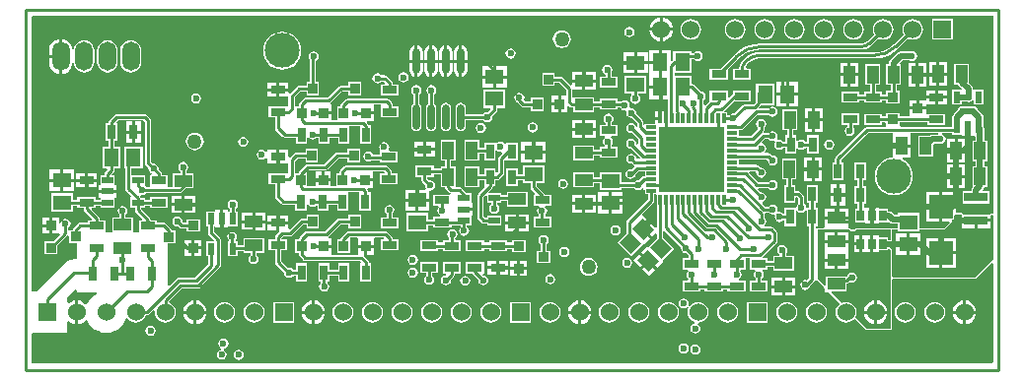
<source format=gtl>
G04*
G04 #@! TF.GenerationSoftware,Altium Limited,CircuitStudio,1.5.2 (30)*
G04*
G04 Layer_Physical_Order=1*
G04 Layer_Color=11767835*
%FSLAX44Y44*%
%MOMM*%
G71*
G01*
G75*
%ADD10C,0.2611*%
%ADD11R,0.3048X0.8128*%
G04:AMPARAMS|DCode=12|XSize=1.4mm|YSize=1.2mm|CornerRadius=0mm|HoleSize=0mm|Usage=FLASHONLY|Rotation=315.000|XOffset=0mm|YOffset=0mm|HoleType=Round|Shape=Rectangle|*
%AMROTATEDRECTD12*
4,1,4,-0.9192,0.0707,-0.0707,0.9192,0.9192,-0.0707,0.0707,-0.9192,-0.9192,0.0707,0.0*
%
%ADD12ROTATEDRECTD12*%

%ADD13R,1.6000X1.3000*%
%ADD14O,0.6000X2.2000*%
%ADD15R,0.9144X0.8128*%
%ADD16R,1.3000X0.7000*%
%ADD17R,1.0000X1.5240*%
%ADD18R,1.5240X1.0000*%
%ADD19C,1.2700*%
%ADD20R,1.0000X0.6000*%
%ADD21R,0.7000X1.3000*%
%ADD22R,1.3000X1.6000*%
%ADD23R,2.0000X2.0000*%
%ADD24R,2.0000X0.8000*%
%ADD25R,0.8128X0.9144*%
%ADD26R,5.5880X5.5880*%
%ADD27R,0.8128X0.3048*%
%ADD28R,0.6500X0.9000*%
%ADD29R,0.6000X1.0000*%
%ADD30C,0.2540*%
%ADD31C,0.5000*%
%ADD32C,0.2500*%
%ADD33C,0.2610*%
%ADD34C,1.5240*%
%ADD35R,1.5240X1.5240*%
%ADD36C,3.0000*%
%ADD37O,1.5000X2.5000*%
%ADD38C,0.6000*%
G36*
X1046335Y376050D02*
X1046421Y375921D01*
X1047834Y374978D01*
X1049500Y374646D01*
X1051166Y374978D01*
X1052578Y375921D01*
X1052664Y376050D01*
X1081500Y376050D01*
Y367344D01*
X1079520D01*
Y369770D01*
X1071290D01*
Y371040D01*
X1066770D01*
Y364000D01*
Y356960D01*
X1071290D01*
Y358230D01*
X1079520D01*
Y359202D01*
X1080498Y359407D01*
X1081500Y358532D01*
X1081500Y291796D01*
X1080602Y290898D01*
X1061902Y290898D01*
X1051443Y301357D01*
X1052011Y302729D01*
X1052317Y305050D01*
X1052011Y307371D01*
X1051115Y309533D01*
X1049690Y311390D01*
X1047833Y312815D01*
X1045671Y313711D01*
X1043350Y314017D01*
X1041029Y313711D01*
X1039657Y313143D01*
X1030603Y322197D01*
X1031089Y323370D01*
X1043890D01*
Y329820D01*
X1044881Y330018D01*
X1045721Y330579D01*
X1046402Y331259D01*
X1046824Y330978D01*
X1048490Y330646D01*
X1050156Y330978D01*
X1051568Y331921D01*
X1052512Y333334D01*
X1052843Y335000D01*
X1052512Y336666D01*
X1051568Y338078D01*
X1050156Y339022D01*
X1048490Y339353D01*
X1046824Y339022D01*
X1045411Y338078D01*
X1044467Y336666D01*
X1044464Y336646D01*
X1043727Y335910D01*
X1026110D01*
Y328349D01*
X1024937Y327863D01*
X1019000Y333800D01*
X1019000Y376050D01*
X1046335Y376050D01*
D02*
G37*
G36*
X1142460Y389000D02*
Y385270D01*
X1155000D01*
X1167540D01*
Y387842D01*
X1168556Y388716D01*
X1169500Y388497D01*
Y350500D01*
X1154000Y335000D01*
X1084500Y335000D01*
X1082874Y336625D01*
Y358532D01*
X1082856Y358577D01*
X1082871Y358624D01*
X1082657Y359057D01*
X1082472Y359504D01*
X1082426Y359523D01*
X1082404Y359567D01*
X1081403Y360442D01*
X1081307Y360474D01*
X1081250Y360558D01*
X1080820Y360639D01*
X1080790Y360649D01*
Y362730D01*
X1075000D01*
Y365270D01*
X1080790D01*
Y365969D01*
X1081500D01*
X1082472Y366372D01*
X1082874Y367344D01*
Y376000D01*
X1087730D01*
Y374730D01*
X1106270D01*
Y376000D01*
X1134500D01*
Y384730D01*
X1136270D01*
Y388102D01*
X1137168Y389000D01*
X1142460D01*
D02*
G37*
G36*
X1169500Y559999D02*
X1169500Y390973D01*
X1168659Y390087D01*
X1168251Y389953D01*
X1167828Y389883D01*
X1167764Y389793D01*
X1167659Y389758D01*
X1167422Y389554D01*
X1166270Y389270D01*
X1166270Y389270D01*
Y389270D01*
X1166270Y389270D01*
X1143730D01*
X1143730Y389270D01*
Y389270D01*
X1143554Y389685D01*
X1143432Y389972D01*
X1142917Y390185D01*
X1142895Y390194D01*
X1142460Y390374D01*
X1137540D01*
Y394730D01*
X1126270D01*
Y383460D01*
X1131728D01*
X1132254Y382190D01*
X1127438Y377375D01*
X1106270D01*
Y390270D01*
X1087730D01*
Y388844D01*
X1085092D01*
X1083218Y390718D01*
X1081971Y391551D01*
X1081727Y391600D01*
X1080500Y391844D01*
X1079520Y392601D01*
Y393770D01*
X1071290D01*
Y395040D01*
X1066770D01*
Y388000D01*
Y380960D01*
X1071290D01*
Y382230D01*
X1079520D01*
X1079520Y382230D01*
Y382230D01*
X1080693Y382371D01*
X1080782Y382282D01*
X1080782Y382282D01*
X1082029Y381449D01*
X1083500Y381156D01*
X1087730D01*
Y377375D01*
X1082874D01*
X1082247Y377115D01*
X1081500Y377425D01*
X1052664Y377425D01*
X1052534Y377371D01*
X1052396Y377398D01*
X1052063Y377175D01*
X1051692Y377022D01*
X1051670Y376968D01*
X1050629Y376273D01*
X1049500Y376048D01*
X1048370Y376273D01*
X1047330Y376968D01*
X1047307Y377022D01*
X1046937Y377175D01*
X1046603Y377398D01*
X1046540Y377386D01*
X1046351Y377418D01*
X1046335Y377425D01*
X1046314D01*
X1045314Y377598D01*
X1045160Y378620D01*
X1045160Y378695D01*
Y384890D01*
X1035000D01*
X1024840D01*
Y378695D01*
X1024660Y377425D01*
X1019000D01*
X1018360Y377159D01*
X1017090Y377743D01*
Y379230D01*
X1019270D01*
Y394770D01*
X1017090D01*
Y399030D01*
X1019070D01*
Y414570D01*
X1009530D01*
Y399030D01*
X1011910D01*
Y394770D01*
X1010595D01*
X1009639Y394947D01*
X1009191Y395817D01*
X1009022Y396666D01*
X1008078Y398078D01*
X1007589Y398405D01*
Y404000D01*
X1007392Y404991D01*
X1006831Y405831D01*
X1004031Y408631D01*
X1003191Y409193D01*
X1002200Y409390D01*
X1000070D01*
Y414570D01*
X997230D01*
Y419210D01*
X1000910D01*
Y436990D01*
X988370D01*
Y419210D01*
X992050D01*
Y414570D01*
X990530D01*
Y399030D01*
X1000070D01*
Y403696D01*
X1001340Y403997D01*
X1002410Y402927D01*
Y398405D01*
X1001921Y398078D01*
X1000977Y396666D01*
X1000809Y395817D01*
X1000361Y394947D01*
X999404Y394770D01*
X990730D01*
Y390641D01*
X990019Y390294D01*
X989460Y390158D01*
X988166Y391022D01*
X986500Y391353D01*
X985585Y391172D01*
X985340Y391324D01*
X984608Y392272D01*
X984852Y393500D01*
X984521Y395166D01*
X983577Y396578D01*
X982165Y397522D01*
X980499Y397854D01*
X978832Y397522D01*
X977420Y396578D01*
X977094Y396090D01*
X974072D01*
X971466Y398697D01*
X971834Y399912D01*
X972165Y399978D01*
X973577Y400921D01*
X974521Y402334D01*
X974852Y404000D01*
X974521Y405666D01*
X973577Y407078D01*
X972165Y408022D01*
X970499Y408353D01*
X969922Y408239D01*
X967521Y410640D01*
X968047Y411910D01*
X977094D01*
X977420Y411421D01*
X978832Y410477D01*
X980499Y410146D01*
X982165Y410477D01*
X983577Y411421D01*
X984521Y412834D01*
X984852Y414500D01*
X984521Y416166D01*
X983577Y417578D01*
X982165Y418522D01*
X980499Y418853D01*
X978832Y418522D01*
X977420Y417578D01*
X977094Y417090D01*
X968073D01*
X959842Y425320D01*
X960368Y426590D01*
X965245D01*
X966260Y425576D01*
X966145Y425000D01*
X966476Y423334D01*
X967420Y421921D01*
X968832Y420977D01*
X970499Y420646D01*
X972165Y420977D01*
X973577Y421921D01*
X974521Y423334D01*
X974852Y425000D01*
X974521Y426666D01*
X973577Y428078D01*
X972165Y429022D01*
X970499Y429353D01*
X969922Y429239D01*
X968149Y431011D01*
X967309Y431573D01*
X966318Y431770D01*
X951132D01*
Y436546D01*
Y436750D01*
X975299D01*
X976191Y435731D01*
X976145Y435500D01*
X976476Y433834D01*
X977420Y432421D01*
X978832Y431477D01*
X980499Y431146D01*
X982165Y431477D01*
X983577Y432421D01*
X984521Y433834D01*
X984852Y435500D01*
X984521Y437166D01*
X983577Y438578D01*
X982165Y439522D01*
X980499Y439853D01*
X979922Y439739D01*
X978489Y441171D01*
X977649Y441733D01*
X976658Y441930D01*
X974326D01*
X974103Y442225D01*
X973763Y443200D01*
X974521Y444333D01*
X974852Y445999D01*
X974521Y447666D01*
X973577Y449078D01*
X972165Y450022D01*
X971594Y450135D01*
X971176Y451513D01*
X973572Y453910D01*
X977094D01*
X977420Y453421D01*
X978832Y452477D01*
X980499Y452146D01*
X981583Y452361D01*
X982347Y451219D01*
X981977Y450666D01*
X981646Y449000D01*
X981977Y447334D01*
X982921Y445921D01*
X984334Y444978D01*
X986000Y444646D01*
X987666Y444978D01*
X989078Y445921D01*
X989672Y446810D01*
X991130D01*
Y441630D01*
X1000670D01*
Y445508D01*
X1001921Y445921D01*
X1003334Y444978D01*
X1005000Y444646D01*
X1006666Y444978D01*
X1008078Y445921D01*
X1008672Y446810D01*
X1010130D01*
Y441630D01*
X1019670D01*
Y457170D01*
X1010130D01*
Y451990D01*
X1008138D01*
X1008078Y452078D01*
X1006666Y453022D01*
X1005000Y453354D01*
X1003334Y453022D01*
X1001921Y452078D01*
X1000670Y452492D01*
Y457170D01*
X997830D01*
Y461810D01*
X1001510D01*
Y479590D01*
X988970D01*
Y461810D01*
X992650D01*
Y457170D01*
X991130D01*
Y451990D01*
X989138D01*
X989078Y452078D01*
X987666Y453022D01*
X986000Y453354D01*
X984915Y453138D01*
X984152Y454281D01*
X984521Y454833D01*
X984852Y456499D01*
X984521Y458166D01*
X983577Y459578D01*
X982165Y460522D01*
X980499Y460853D01*
X978832Y460522D01*
X977420Y459578D01*
X977094Y459089D01*
X973471D01*
X972792Y460359D01*
X972891Y460508D01*
X973088Y461499D01*
Y463594D01*
X973577Y463921D01*
X974521Y465333D01*
X974852Y466999D01*
X974521Y468665D01*
X973577Y470078D01*
X972165Y471022D01*
X970499Y471353D01*
X968832Y471022D01*
X967420Y470078D01*
X966476Y468665D01*
X966145Y466999D01*
X966476Y465333D01*
X967420Y463921D01*
X967681Y463747D01*
X967764Y462427D01*
X962253Y456916D01*
X951132D01*
Y461438D01*
Y461642D01*
X953232D01*
X954223Y461839D01*
X955063Y462401D01*
X967572Y474910D01*
X977094D01*
X977420Y474421D01*
X978832Y473477D01*
X980499Y473146D01*
X982165Y473477D01*
X983577Y474421D01*
X984521Y475833D01*
X984852Y477499D01*
X984521Y479165D01*
X983577Y480578D01*
X982165Y481521D01*
X980499Y481853D01*
X978832Y481521D01*
X977420Y480578D01*
X977094Y480089D01*
X969073D01*
X968587Y481262D01*
X970331Y483006D01*
X970480Y483230D01*
X981770D01*
Y501770D01*
X966230D01*
Y495174D01*
X966107Y494991D01*
X965910Y494000D01*
Y485910D01*
X964061Y484061D01*
X956471D01*
X955480Y483864D01*
X954640Y483303D01*
X947174Y475837D01*
X946598Y475952D01*
X944932Y475620D01*
X943519Y474677D01*
X943193Y474188D01*
X941226D01*
Y476932D01*
X939442D01*
X938916Y478202D01*
X946843Y486130D01*
X961870D01*
Y495670D01*
X946330D01*
Y492949D01*
X946043Y492757D01*
X946043Y492757D01*
X943043Y489757D01*
X941870Y490243D01*
Y495670D01*
X926330D01*
Y486815D01*
X925643Y486356D01*
X922480Y483193D01*
X921210Y483719D01*
Y487095D01*
X921699Y487421D01*
X922642Y488834D01*
X922974Y490500D01*
X922642Y492166D01*
X921699Y493578D01*
X920286Y494522D01*
X918855Y494807D01*
X912861Y500801D01*
X912021Y501363D01*
X911030Y501560D01*
X910610D01*
Y508240D01*
X895982D01*
Y510930D01*
X910610D01*
Y522910D01*
X912595D01*
X912921Y522421D01*
X914334Y521478D01*
X916000Y521146D01*
X917666Y521478D01*
X919078Y522421D01*
X920022Y523834D01*
X920353Y525500D01*
X920022Y527166D01*
X919078Y528578D01*
X917666Y529522D01*
X916000Y529854D01*
X914334Y529522D01*
X912921Y528578D01*
X912595Y528090D01*
X910610D01*
Y529470D01*
X895070D01*
Y522099D01*
X894969Y522031D01*
X894053Y521116D01*
X892880Y521602D01*
Y530740D01*
X885110D01*
Y520200D01*
X883840D01*
Y518930D01*
X874800D01*
Y509660D01*
X874800D01*
Y509510D01*
X874800D01*
Y500240D01*
X883840D01*
Y498970D01*
X885110D01*
Y488430D01*
X890803D01*
Y478202D01*
X889664D01*
Y471598D01*
X887124D01*
Y478202D01*
X884838D01*
Y471598D01*
X883568D01*
Y470328D01*
X879504D01*
Y467026D01*
X870868D01*
Y466972D01*
X869598Y466293D01*
X869589Y466298D01*
Y468500D01*
X869392Y469491D01*
X868831Y470331D01*
X863239Y475923D01*
X863353Y476500D01*
X863022Y478166D01*
X862078Y479578D01*
X860666Y480522D01*
X859000Y480853D01*
X858607Y480775D01*
X858496Y480832D01*
X857630Y481876D01*
X857853Y483000D01*
X857522Y484666D01*
X856578Y486078D01*
X855166Y487022D01*
X853500Y487354D01*
X851834Y487022D01*
X851156Y486569D01*
X847270D01*
Y488770D01*
X831730D01*
Y486069D01*
X827390D01*
Y489770D01*
X809610D01*
X809610Y489770D01*
Y489770D01*
X809610Y489770D01*
X808569Y490324D01*
Y496280D01*
X817230D01*
Y502550D01*
X808340D01*
Y500766D01*
X807070Y500240D01*
X800155Y507155D01*
X799321Y507712D01*
X798338Y507908D01*
X793207D01*
Y511180D01*
X782540D01*
Y499496D01*
X793207D01*
Y502769D01*
X797274D01*
X803430Y496612D01*
Y491274D01*
X798795D01*
Y484162D01*
Y477050D01*
X804129D01*
Y481940D01*
X805399Y482467D01*
X806183Y481683D01*
X807016Y481126D01*
X808000Y480931D01*
X809610D01*
Y477230D01*
X827390D01*
Y480931D01*
X831730D01*
Y479230D01*
X847270D01*
Y481431D01*
X849458D01*
X849477Y481334D01*
X850421Y479921D01*
X851834Y478978D01*
X853500Y478646D01*
X853892Y478724D01*
X854003Y478667D01*
X854870Y477624D01*
X854646Y476500D01*
X854977Y474834D01*
X855921Y473421D01*
X857334Y472477D01*
X859000Y472146D01*
X859576Y472261D01*
X864410Y467427D01*
Y464532D01*
X863140Y464407D01*
X863022Y465000D01*
X862078Y466412D01*
X860666Y467356D01*
X859000Y467687D01*
X857334Y467356D01*
X855921Y466412D01*
X854977Y465000D01*
X854646Y463334D01*
X854977Y461668D01*
X855921Y460255D01*
X857334Y459312D01*
X859000Y458980D01*
X859576Y459095D01*
X864910Y453761D01*
Y450039D01*
X863640Y449439D01*
X863269Y449743D01*
X863353Y450168D01*
X863022Y451834D01*
X862078Y453246D01*
X860666Y454190D01*
X859000Y454522D01*
X857334Y454190D01*
X855921Y453246D01*
X854977Y451834D01*
X854646Y450168D01*
X854977Y448502D01*
X855921Y447090D01*
X857334Y446146D01*
X859000Y445814D01*
X859019Y445818D01*
X866717Y438120D01*
X866191Y436850D01*
X863478D01*
X863353Y437002D01*
X863022Y438668D01*
X862078Y440081D01*
X860666Y441024D01*
X859000Y441356D01*
X857334Y441024D01*
X855921Y440081D01*
X854977Y438668D01*
X854646Y437002D01*
X854977Y435336D01*
X855921Y433924D01*
X857334Y432980D01*
X859000Y432649D01*
X859576Y432763D01*
X859911Y432429D01*
X860751Y431867D01*
X861436Y431731D01*
X861835Y430930D01*
X861901Y430400D01*
X859629Y428128D01*
X858499Y428353D01*
X856833Y428022D01*
X855420Y427078D01*
X854476Y425666D01*
X854145Y423999D01*
X854476Y422333D01*
X855420Y420921D01*
X856833Y419977D01*
X858499Y419646D01*
X860165Y419977D01*
X861577Y420921D01*
X862521Y422333D01*
X862852Y423999D01*
X862848Y424022D01*
X865416Y426590D01*
X870868D01*
Y426386D01*
Y422068D01*
Y421864D01*
X869853D01*
X868862Y421667D01*
X868022Y421105D01*
X865353Y418436D01*
X864776Y418550D01*
X863110Y418219D01*
X861698Y417275D01*
X861371Y416787D01*
X850430D01*
Y425820D01*
X831890D01*
Y421334D01*
X827390D01*
Y425014D01*
X809610D01*
Y412474D01*
X827390D01*
Y416154D01*
X831890D01*
Y410280D01*
X850430D01*
Y411607D01*
X861371D01*
X861698Y411118D01*
X863110Y410175D01*
X864776Y409843D01*
X866442Y410175D01*
X867855Y411118D01*
X868328Y411827D01*
X869598Y411441D01*
Y410130D01*
X870868D01*
Y406574D01*
X873612D01*
Y402275D01*
X855815Y384477D01*
X855253Y383637D01*
X855056Y382646D01*
Y373308D01*
X847076Y365328D01*
X858772Y353633D01*
X868289Y363150D01*
X870030Y363206D01*
X870086Y363150D01*
X875226Y368291D01*
X868480Y375037D01*
X869378Y375935D01*
X868480Y376833D01*
X874519Y382872D01*
X868671Y388719D01*
X868638Y389976D01*
X878033Y399371D01*
X878595Y400211D01*
X878792Y401202D01*
Y406574D01*
X880520D01*
Y406320D01*
X880774D01*
Y396668D01*
X880978D01*
Y378072D01*
X879805Y377586D01*
X876315Y381076D01*
X871174Y375935D01*
X877022Y370087D01*
X879805Y372870D01*
X880978Y372384D01*
Y368118D01*
X874710Y361849D01*
X874710D01*
Y361850D01*
X873688Y361273D01*
X872970Y361794D01*
X872970Y361794D01*
X872914Y361849D01*
X867773Y356709D01*
X874519Y349963D01*
X881265Y343217D01*
X886406Y348358D01*
X886350Y348414D01*
X885838Y349120D01*
X886406Y350154D01*
X886406D01*
Y350154D01*
X895923Y359672D01*
X886158Y369437D01*
Y374548D01*
X887428Y375074D01*
X901761Y360741D01*
X901646Y360165D01*
X901977Y358499D01*
X902921Y357086D01*
X904334Y356143D01*
X906000Y355811D01*
X906576Y355926D01*
X908160Y354342D01*
Y351370D01*
X902980D01*
Y341830D01*
X907757D01*
X908143Y340560D01*
X907421Y340078D01*
X906478Y338665D01*
X906146Y336999D01*
X906478Y335333D01*
X907421Y333921D01*
X907842Y333640D01*
X907461Y332370D01*
X902980D01*
Y322830D01*
X918520D01*
Y325010D01*
X922180D01*
Y322830D01*
X937720D01*
Y325010D01*
X941630D01*
Y322830D01*
X957170D01*
Y332370D01*
X951620D01*
X951604Y332407D01*
X951408Y333640D01*
X952578Y334421D01*
X953522Y335834D01*
X953853Y337500D01*
X953522Y339166D01*
X952578Y340578D01*
X952991Y341830D01*
X957170D01*
Y351370D01*
X958423Y351410D01*
X959577D01*
X960830Y351370D01*
Y351367D01*
X960830Y350140D01*
Y341830D01*
X965008D01*
X965421Y340578D01*
X964477Y339166D01*
X964146Y337500D01*
X964477Y335834D01*
X965421Y334421D01*
X966010Y334028D01*
Y332370D01*
X960830D01*
Y322830D01*
X976370D01*
Y332370D01*
X971190D01*
Y334162D01*
X971578Y334421D01*
X972522Y335834D01*
X972853Y337500D01*
X972522Y339166D01*
X971578Y340578D01*
X971991Y341830D01*
X976370D01*
Y344010D01*
X980710D01*
Y340990D01*
X998490D01*
Y353530D01*
X992190D01*
Y356337D01*
X992522Y356834D01*
X992853Y358500D01*
X992522Y360166D01*
X991578Y361578D01*
X990166Y362522D01*
X988500Y362854D01*
X986833Y362522D01*
X985421Y361578D01*
X984477Y360166D01*
X984146Y358500D01*
X984477Y356834D01*
X985421Y355421D01*
X986351Y354800D01*
X985966Y353530D01*
X980710D01*
Y349189D01*
X976370D01*
Y351370D01*
X972328D01*
X971802Y352640D01*
X983871Y364709D01*
X984432Y365549D01*
X984629Y366540D01*
Y372960D01*
X984432Y373951D01*
X983871Y374791D01*
X980831Y377831D01*
X979991Y378392D01*
X979000Y378590D01*
X973870D01*
X973484Y379860D01*
X973577Y379921D01*
X974521Y381334D01*
X974852Y383000D01*
X974521Y384666D01*
X973577Y386078D01*
X973088Y386405D01*
Y389501D01*
X973061Y389640D01*
X974023Y390910D01*
X977094D01*
X977420Y390421D01*
X978832Y389478D01*
X980499Y389146D01*
X981413Y389328D01*
X981658Y389175D01*
X982390Y388228D01*
X982146Y387000D01*
X982477Y385334D01*
X983421Y383921D01*
X984834Y382978D01*
X986500Y382646D01*
X988166Y382978D01*
X989460Y383842D01*
X990019Y383706D01*
X990730Y383359D01*
Y379230D01*
X1000270D01*
Y392107D01*
X1001540Y392492D01*
X1001921Y391921D01*
X1003334Y390978D01*
X1005000Y390646D01*
X1006666Y390978D01*
X1008078Y391921D01*
X1008460Y392492D01*
X1009730Y392107D01*
Y379230D01*
X1011910D01*
Y334573D01*
X1009910Y332573D01*
X1008500Y332854D01*
X1006834Y332522D01*
X1005421Y331578D01*
X1004477Y330166D01*
X1004146Y328500D01*
X1004477Y326834D01*
X1005421Y325421D01*
X1006834Y324478D01*
X1008500Y324146D01*
X1010166Y324478D01*
X1011578Y325421D01*
X1012522Y326834D01*
X1012777Y328114D01*
X1016331Y331669D01*
X1016826Y332410D01*
X1017200Y332540D01*
X1018214Y332642D01*
X1023965Y326891D01*
X1024217Y326787D01*
X1024411Y326593D01*
X1024840Y325388D01*
Y322100D01*
X1028128D01*
X1029333Y321671D01*
X1029527Y321477D01*
X1029631Y321225D01*
X1037718Y313138D01*
X1037635Y311870D01*
X1037010Y311390D01*
X1035585Y309533D01*
X1034689Y307371D01*
X1034383Y305050D01*
X1034689Y302729D01*
X1035585Y300567D01*
X1037010Y298710D01*
X1038867Y297285D01*
X1041029Y296389D01*
X1043350Y296083D01*
X1045671Y296389D01*
X1047833Y297285D01*
X1049690Y298710D01*
X1050170Y299335D01*
X1051438Y299418D01*
X1060930Y289926D01*
X1061902Y289523D01*
X1061902Y289523D01*
X1080602Y289523D01*
X1080602Y289523D01*
X1081574Y289926D01*
X1082472Y290824D01*
X1082874Y291796D01*
X1082874Y291796D01*
X1082874Y333022D01*
X1084144Y333772D01*
X1084500Y333625D01*
X1084500Y333625D01*
X1154000Y333625D01*
X1154000Y333625D01*
X1154972Y334028D01*
X1168326Y347382D01*
X1169500Y346896D01*
X1169500Y261898D01*
X1168602Y261000D01*
X344500Y261000D01*
Y286532D01*
X345398Y287430D01*
X375170D01*
Y296613D01*
X376440Y297239D01*
X377826Y296175D01*
X380298Y295152D01*
X381680Y294970D01*
Y305050D01*
Y315131D01*
X380298Y314949D01*
X377826Y313925D01*
X376440Y312861D01*
X375170Y313487D01*
Y317595D01*
X381866Y324290D01*
X383039Y323804D01*
Y321953D01*
X399900D01*
X400218Y320682D01*
X398513Y319771D01*
X395830Y317570D01*
X393629Y314887D01*
X392061Y311953D01*
X391226Y311676D01*
X390740Y311588D01*
X390196Y312296D01*
X388074Y313925D01*
X385602Y314949D01*
X384220Y315131D01*
Y305050D01*
Y294970D01*
X385602Y295152D01*
X388074Y296175D01*
X390196Y297804D01*
X390740Y298512D01*
X391226Y298424D01*
X392061Y298147D01*
X393629Y295214D01*
X395830Y292530D01*
X398513Y290329D01*
X401575Y288692D01*
X404896Y287685D01*
X408350Y287345D01*
X411804Y287685D01*
X415126Y288692D01*
X418187Y290329D01*
X420869Y292530D01*
X423071Y295214D01*
X424708Y298274D01*
X425114Y299615D01*
X426519Y299870D01*
X427410Y298710D01*
X429267Y297285D01*
X431429Y296389D01*
X433750Y296083D01*
X436071Y296389D01*
X438233Y297285D01*
X440090Y298710D01*
X441515Y300567D01*
X442300Y302460D01*
X443550D01*
X444541Y302657D01*
X445381Y303219D01*
X449159Y306996D01*
X450362Y306403D01*
X450183Y305050D01*
X450489Y302729D01*
X451385Y300567D01*
X452810Y298710D01*
X454667Y297285D01*
X456829Y296389D01*
X459150Y296083D01*
X461471Y296389D01*
X463633Y297285D01*
X465490Y298710D01*
X466915Y300567D01*
X467811Y302729D01*
X468117Y305050D01*
X467811Y307371D01*
X466915Y309533D01*
X465490Y311390D01*
X463633Y312815D01*
X462561Y313260D01*
X462295Y314744D01*
X473151Y325600D01*
X487078D01*
X488069Y325797D01*
X488909Y326359D01*
X506331Y343781D01*
X506892Y344621D01*
X507090Y345612D01*
Y367000D01*
X506892Y367991D01*
X506331Y368831D01*
X500740Y374422D01*
Y379232D01*
X502110D01*
Y377962D01*
X506380D01*
Y385502D01*
Y393042D01*
X502110D01*
Y391772D01*
X493880D01*
Y379232D01*
X495561D01*
Y373349D01*
X495758Y372358D01*
X496319Y371518D01*
X500799Y367038D01*
X500273Y365768D01*
X493880D01*
Y353228D01*
X495561D01*
Y345723D01*
X484427Y334590D01*
X470500D01*
X469509Y334393D01*
X468669Y333831D01*
X462673Y327836D01*
X461500Y328322D01*
Y354953D01*
X461000D01*
Y364590D01*
X467754D01*
Y375258D01*
X464501D01*
Y375588D01*
X464304Y376579D01*
X463743Y377419D01*
X459831Y381331D01*
X458991Y381893D01*
X457999Y382090D01*
X452270D01*
Y384270D01*
X447036D01*
X446892Y384991D01*
X446331Y385831D01*
X438202Y393960D01*
X438358Y395230D01*
X441772D01*
Y396911D01*
X445730D01*
Y394730D01*
X461270D01*
Y404270D01*
X445730D01*
Y402090D01*
X441772D01*
Y403770D01*
X437938D01*
X437895Y403989D01*
X437333Y404829D01*
X437955Y405879D01*
X438017Y405941D01*
X439500Y405646D01*
X441166Y405978D01*
X442578Y406921D01*
X442905Y407410D01*
X471500D01*
X472491Y407607D01*
X473331Y408169D01*
X476331Y411169D01*
X476813Y411890D01*
X483390D01*
Y424430D01*
X477090D01*
Y426595D01*
X477578Y426921D01*
X478522Y428334D01*
X478853Y430000D01*
X478522Y431666D01*
X477578Y433078D01*
X476166Y434022D01*
X474500Y434353D01*
X472834Y434022D01*
X471421Y433078D01*
X470477Y431666D01*
X470146Y430000D01*
X470477Y428334D01*
X471421Y426921D01*
X471910Y426595D01*
Y424430D01*
X465610D01*
Y412590D01*
X461583D01*
X461270Y413730D01*
X461270D01*
Y423270D01*
X456090D01*
Y424000D01*
X455892Y424991D01*
X455331Y425831D01*
X453239Y427923D01*
X453353Y428500D01*
X453022Y430166D01*
X452078Y431578D01*
X450666Y432522D01*
X449000Y432854D01*
X448423Y432739D01*
X447090Y434073D01*
Y470000D01*
X446892Y470991D01*
X446331Y471831D01*
X443331Y474831D01*
X442491Y475392D01*
X441500Y475590D01*
X417500D01*
X416509Y475392D01*
X415668Y474831D01*
X411169Y470331D01*
X410607Y469491D01*
X410410Y468500D01*
Y467770D01*
X408230D01*
Y452230D01*
X410410D01*
Y447270D01*
X405230D01*
Y428730D01*
X408771D01*
X409297Y427460D01*
X407666Y425829D01*
X407105Y424989D01*
X406908Y423998D01*
Y422770D01*
X403228D01*
Y414540D01*
X401958D01*
Y410270D01*
X409497D01*
X417037D01*
Y414540D01*
X415767D01*
Y422770D01*
X413728D01*
X413202Y424039D01*
X414831Y425669D01*
X415392Y426509D01*
X415589Y427500D01*
Y428730D01*
X420770D01*
Y447270D01*
X415589D01*
Y452230D01*
X417770D01*
Y467770D01*
X417592D01*
X417105Y468943D01*
X418572Y470410D01*
X440427D01*
X441910Y468927D01*
Y433000D01*
X442107Y432009D01*
X442668Y431169D01*
X444761Y429076D01*
X444646Y428500D01*
X444977Y426834D01*
X445921Y425421D01*
X447240Y424540D01*
X447252Y424448D01*
X446478Y423270D01*
X445730D01*
Y413730D01*
X445730D01*
X445416Y412590D01*
X442905D01*
X442578Y413078D01*
X442379Y413211D01*
X441772Y414230D01*
Y422770D01*
X430089D01*
Y428730D01*
X439770D01*
Y447270D01*
X424230D01*
Y428730D01*
X424910D01*
Y411000D01*
X425107Y410009D01*
X425668Y409169D01*
X429893Y404944D01*
X429408Y403770D01*
X429232D01*
Y395230D01*
X432912D01*
Y392998D01*
X433109Y392007D01*
X433671Y391166D01*
X439394Y385443D01*
X438908Y384270D01*
X436730D01*
Y374730D01*
X435762Y374000D01*
X431390D01*
Y386430D01*
X425089D01*
Y388595D01*
X425578Y388921D01*
X426522Y390334D01*
X426853Y392000D01*
X426522Y393666D01*
X425578Y395078D01*
X424166Y396022D01*
X422500Y396353D01*
X420834Y396022D01*
X419421Y395078D01*
X418478Y393666D01*
X418146Y392000D01*
X418478Y390334D01*
X419421Y388921D01*
X419910Y388595D01*
Y386430D01*
X413610D01*
Y374000D01*
X408777D01*
X407809Y374730D01*
Y384270D01*
X402629D01*
Y385460D01*
X402432Y386451D01*
X401870Y387291D01*
X395606Y393557D01*
X396092Y394730D01*
X399270D01*
Y396911D01*
X403228D01*
Y395230D01*
X415767D01*
Y403460D01*
X417037D01*
Y407730D01*
X409497D01*
X401958D01*
Y403460D01*
X403228D01*
Y402090D01*
X399270D01*
Y404270D01*
X383730D01*
Y402090D01*
X379770D01*
Y407270D01*
X361230D01*
Y391730D01*
X379770D01*
Y396910D01*
X383730D01*
Y394730D01*
X388910D01*
Y394000D01*
X389107Y393009D01*
X389669Y392169D01*
X396297Y385540D01*
X395771Y384270D01*
X392269D01*
Y382090D01*
X386000D01*
X385009Y381893D01*
X384169Y381331D01*
X380257Y377419D01*
X379695Y376579D01*
X379498Y375588D01*
X379320Y375410D01*
X377360D01*
X376246Y375410D01*
X376090Y376615D01*
Y376615D01*
Y377595D01*
X376578Y377921D01*
X377522Y379334D01*
X377853Y381000D01*
X377522Y382666D01*
X376578Y384078D01*
X375166Y385022D01*
X373500Y385354D01*
X371834Y385022D01*
X370421Y384078D01*
X369478Y382666D01*
X369294Y381742D01*
X368024Y381867D01*
Y386180D01*
X362182D01*
Y379576D01*
Y372972D01*
X368001D01*
X368883Y372058D01*
X362583Y365758D01*
X355070D01*
Y355090D01*
X366754D01*
Y362603D01*
X374976Y370825D01*
X376246Y370323D01*
Y364742D01*
X383539D01*
Y354953D01*
X383039D01*
Y350820D01*
X380952D01*
X378010Y350432D01*
X375269Y349297D01*
X372915Y347490D01*
X349512Y324088D01*
X348424Y322670D01*
X344500D01*
X344500Y559102D01*
X345398Y560000D01*
X1169500Y559999D01*
D02*
G37*
%LPC*%
G36*
X359642Y378306D02*
X353800D01*
Y372972D01*
X359642D01*
Y378306D01*
D02*
G37*
G36*
X469500Y387354D02*
X467834Y387022D01*
X466421Y386078D01*
X465477Y384666D01*
X465146Y383000D01*
X465477Y381334D01*
X466421Y379921D01*
X467834Y378978D01*
X469500Y378646D01*
X470076Y378761D01*
X471092Y377745D01*
X471933Y377183D01*
X472924Y376986D01*
X477246D01*
Y374242D01*
X488930D01*
Y384910D01*
X477246D01*
Y382166D01*
X474978D01*
X473853Y383000D01*
X473522Y384666D01*
X472578Y386078D01*
X471166Y387022D01*
X469500Y387354D01*
D02*
G37*
G36*
X768354Y367310D02*
X756670D01*
Y364890D01*
X752470D01*
Y367068D01*
X736930D01*
Y364890D01*
X732670D01*
Y367070D01*
X717130D01*
Y357530D01*
X732670D01*
Y359710D01*
X736930D01*
Y357528D01*
X752470D01*
Y359710D01*
X756670D01*
Y356642D01*
X768354D01*
Y367310D01*
D02*
G37*
G36*
X1054730Y371040D02*
X1050210D01*
Y365270D01*
X1054730D01*
Y371040D01*
D02*
G37*
G36*
X1045160Y373380D02*
X1036270D01*
Y367110D01*
X1045160D01*
Y373380D01*
D02*
G37*
G36*
X1033730D02*
X1024840D01*
Y367110D01*
X1033730D01*
Y373380D01*
D02*
G37*
G36*
X845500Y379854D02*
X843834Y379522D01*
X842421Y378578D01*
X841478Y377166D01*
X841146Y375500D01*
X841478Y373834D01*
X842421Y372421D01*
X843834Y371478D01*
X845500Y371146D01*
X847166Y371478D01*
X848578Y372421D01*
X849522Y373834D01*
X849853Y375500D01*
X849522Y377166D01*
X848578Y378578D01*
X847166Y379522D01*
X845500Y379854D01*
D02*
G37*
G36*
X591008Y388830D02*
X580340D01*
Y385578D01*
X576238D01*
X575247Y385381D01*
X574407Y384819D01*
X566060Y376472D01*
X564790Y376998D01*
Y380630D01*
X557020D01*
Y375178D01*
X557178Y374590D01*
X553918Y371331D01*
X553357Y370491D01*
X553160Y369500D01*
Y367670D01*
X547980D01*
Y358130D01*
X553160D01*
Y348500D01*
X553357Y347509D01*
X553918Y346669D01*
X561219Y339368D01*
X561146Y339000D01*
X561478Y337334D01*
X562421Y335921D01*
X563834Y334978D01*
X565500Y334646D01*
X567166Y334978D01*
X568578Y335921D01*
X569172Y336810D01*
X571480D01*
Y331630D01*
X581020D01*
Y347170D01*
X571480D01*
Y341990D01*
X568637D01*
X568578Y342078D01*
X567166Y343022D01*
X565500Y343354D01*
X564715Y343197D01*
X558340Y349573D01*
Y358130D01*
X563520D01*
Y367670D01*
X559379D01*
X558852Y368940D01*
X560322Y370410D01*
X566250D01*
X567241Y370607D01*
X568081Y371169D01*
X577311Y380398D01*
X580340D01*
Y377146D01*
X591008D01*
Y388830D01*
D02*
G37*
G36*
X554480Y380630D02*
X546710D01*
Y375860D01*
X554480D01*
Y380630D01*
D02*
G37*
G36*
X627008Y388830D02*
X616340D01*
Y385578D01*
X608238D01*
X607247Y385381D01*
X606407Y384819D01*
X596177Y374590D01*
X580250D01*
X579259Y374393D01*
X578419Y373831D01*
X574342Y369755D01*
X573781Y368915D01*
X573584Y367924D01*
Y367654D01*
X570840D01*
Y355970D01*
X573584D01*
Y355076D01*
X573781Y354085D01*
X574342Y353245D01*
X577419Y350169D01*
X578259Y349607D01*
X579250Y349410D01*
X626177D01*
X627244Y348343D01*
X626758Y347170D01*
X626480D01*
Y331630D01*
X636020D01*
Y347170D01*
X633840D01*
Y348000D01*
X633642Y348991D01*
X633081Y349831D01*
X629482Y353430D01*
X630008Y354700D01*
X630056D01*
Y360542D01*
X624722D01*
Y355860D01*
X624722Y354700D01*
X623498Y354590D01*
X603154D01*
X601930Y354700D01*
X601930Y355860D01*
Y360542D01*
X595326D01*
Y363082D01*
X601930D01*
Y368924D01*
X599504D01*
X599109Y370085D01*
X599106Y370194D01*
X609311Y380398D01*
X616340D01*
Y377146D01*
X627008D01*
Y388830D01*
D02*
G37*
G36*
X651500Y397354D02*
X649834Y397022D01*
X648421Y396078D01*
X647477Y394666D01*
X647146Y393000D01*
X647477Y391334D01*
X648421Y389921D01*
X649160Y389428D01*
Y386670D01*
X643980D01*
Y377130D01*
X659520D01*
Y386670D01*
X654340D01*
Y389762D01*
X654578Y389921D01*
X655522Y391334D01*
X655853Y393000D01*
X655522Y394666D01*
X654578Y396078D01*
X653166Y397022D01*
X651500Y397354D01*
D02*
G37*
G36*
X771260Y380570D02*
X762370D01*
Y374300D01*
X771260D01*
Y380570D01*
D02*
G37*
G36*
X759830D02*
X750940D01*
Y374300D01*
X759830D01*
Y380570D01*
D02*
G37*
G36*
X545060Y381640D02*
X536170D01*
Y375370D01*
X545060D01*
Y381640D01*
D02*
G37*
G36*
X533630D02*
X524740D01*
Y375370D01*
X533630D01*
Y381640D01*
D02*
G37*
G36*
X705500Y376353D02*
X703834Y376022D01*
X702421Y375078D01*
X701478Y373666D01*
X701146Y372000D01*
X701478Y370334D01*
X702210Y369237D01*
Y367070D01*
X697030D01*
Y364890D01*
X693370D01*
Y367270D01*
X677830D01*
Y357730D01*
X693370D01*
Y359710D01*
X697030D01*
Y357530D01*
X712570D01*
Y367070D01*
X708088D01*
X707708Y368340D01*
X708578Y368921D01*
X709522Y370334D01*
X709853Y372000D01*
X709522Y373666D01*
X708578Y375078D01*
X707166Y376022D01*
X705500Y376353D01*
D02*
G37*
G36*
X1095730Y362230D02*
X1086460D01*
Y354460D01*
X1095730D01*
Y362230D01*
D02*
G37*
G36*
X490200Y359154D02*
X484358D01*
Y353820D01*
X490200D01*
Y359154D01*
D02*
G37*
G36*
X637930Y360542D02*
X632596D01*
Y354700D01*
X637930D01*
Y360542D01*
D02*
G37*
G36*
X1107540Y362230D02*
X1098270D01*
Y354460D01*
X1107540D01*
Y362230D01*
D02*
G37*
G36*
X481818Y359154D02*
X475976D01*
Y353820D01*
X481818D01*
Y359154D01*
D02*
G37*
G36*
X783688Y371353D02*
X782022Y371022D01*
X780609Y370078D01*
X779666Y368666D01*
X779334Y367000D01*
X779666Y365334D01*
X780609Y363921D01*
X781098Y363595D01*
Y357810D01*
X777846D01*
Y347142D01*
X789530D01*
Y357810D01*
X786278D01*
Y363595D01*
X786766Y363921D01*
X787710Y365334D01*
X788042Y367000D01*
X787710Y368666D01*
X786766Y370078D01*
X785354Y371022D01*
X783688Y371353D01*
D02*
G37*
G36*
X516500Y374353D02*
X514834Y374022D01*
X513421Y373078D01*
X512477Y371666D01*
X512146Y370000D01*
X512477Y368334D01*
X513344Y367038D01*
X513316Y366922D01*
X512880Y365768D01*
X512879Y365768D01*
D01*
Y365768D01*
X512880Y364593D01*
Y353228D01*
X521420D01*
Y357558D01*
X526010D01*
Y356320D01*
X532310D01*
Y354005D01*
X531822Y353678D01*
X530878Y352266D01*
X530546Y350600D01*
X530878Y348934D01*
X531822Y347521D01*
X533234Y346577D01*
X534900Y346246D01*
X536566Y346577D01*
X537979Y347521D01*
X538922Y348934D01*
X539254Y350600D01*
X538922Y352266D01*
X537979Y353678D01*
X537490Y354005D01*
Y356320D01*
X543790D01*
Y368860D01*
X526010D01*
Y362737D01*
X521420D01*
Y365768D01*
X520138D01*
X519790Y366485D01*
X519656Y367038D01*
X520522Y368334D01*
X520853Y370000D01*
X520522Y371666D01*
X519578Y373078D01*
X518166Y374022D01*
X516500Y374353D01*
D02*
G37*
G36*
X801500Y361353D02*
X799834Y361022D01*
X798421Y360078D01*
X797477Y358666D01*
X797146Y357000D01*
X797477Y355334D01*
X798421Y353921D01*
X799834Y352978D01*
X801500Y352646D01*
X803166Y352978D01*
X804578Y353921D01*
X805522Y355334D01*
X805853Y357000D01*
X805522Y358666D01*
X804578Y360078D01*
X803166Y361022D01*
X801500Y361353D01*
D02*
G37*
G36*
X1045160Y364570D02*
X1035000D01*
X1024840D01*
Y358770D01*
X1024840Y358300D01*
X1024840Y357378D01*
X1024840Y357030D01*
Y351230D01*
X1035000D01*
X1045160D01*
Y357030D01*
X1045160Y357500D01*
X1045160Y358423D01*
X1045160Y358770D01*
Y364570D01*
D02*
G37*
G36*
X490200Y367028D02*
X484358D01*
Y361694D01*
X490200D01*
Y367028D01*
D02*
G37*
G36*
X481818D02*
X475976D01*
Y361694D01*
X481818D01*
Y367028D01*
D02*
G37*
G36*
X1107540Y372540D02*
X1098270D01*
Y364770D01*
X1107540D01*
Y372540D01*
D02*
G37*
G36*
X1095730D02*
X1086460D01*
Y364770D01*
X1095730D01*
Y372540D01*
D02*
G37*
G36*
X648250Y374590D02*
X616250D01*
X615259Y374393D01*
X614419Y373831D01*
X610342Y369755D01*
X609781Y368915D01*
X609584Y367924D01*
Y367654D01*
X606840D01*
Y355970D01*
X617508D01*
Y367654D01*
X617508D01*
X617446Y368924D01*
X617816Y369410D01*
X623653D01*
X624722Y368924D01*
X624722Y368140D01*
Y363082D01*
X637930D01*
Y368140D01*
X637930Y368924D01*
X638998Y369410D01*
X638998D01*
X646651D01*
X647008Y368940D01*
X646377Y367670D01*
X643980D01*
Y358130D01*
X659520D01*
Y367670D01*
X654340D01*
Y368500D01*
X654142Y369491D01*
X653581Y370331D01*
X650081Y373831D01*
X649241Y374393D01*
X648250Y374590D01*
D02*
G37*
G36*
X1064230Y371040D02*
X1057270D01*
Y364000D01*
Y356960D01*
X1064230D01*
Y364000D01*
Y371040D01*
D02*
G37*
G36*
X1054730Y362730D02*
X1050210D01*
Y356960D01*
X1054730D01*
Y362730D01*
D02*
G37*
G36*
X1137540Y368540D02*
X1126270D01*
Y357270D01*
X1137540D01*
Y368540D01*
D02*
G37*
G36*
X1123730D02*
X1112460D01*
Y357270D01*
X1123730D01*
Y368540D01*
D02*
G37*
G36*
X1153730Y382730D02*
X1142460D01*
Y377460D01*
X1153730D01*
Y382730D01*
D02*
G37*
G36*
X1137540Y408540D02*
X1126270D01*
Y397270D01*
X1137540D01*
Y408540D01*
D02*
G37*
G36*
X1123730D02*
X1112460D01*
Y397270D01*
X1123730D01*
Y408540D01*
D02*
G37*
G36*
X484660Y405380D02*
X475770D01*
Y399110D01*
X484660D01*
Y405380D01*
D02*
G37*
G36*
X473230D02*
X464340D01*
Y399110D01*
X473230D01*
Y405380D01*
D02*
G37*
G36*
X1042540Y404730D02*
X1037770D01*
Y396960D01*
X1042540D01*
Y404730D01*
D02*
G37*
G36*
X674130Y400230D02*
X664860D01*
Y392460D01*
X674130D01*
Y400230D01*
D02*
G37*
G36*
X517150Y401704D02*
X515484Y401372D01*
X514071Y400429D01*
X513127Y399016D01*
X512796Y397350D01*
X513127Y395684D01*
X514071Y394272D01*
X514560Y393945D01*
Y391772D01*
X513190D01*
Y393042D01*
X508920D01*
Y385502D01*
Y377962D01*
X513190D01*
Y379232D01*
X521420D01*
Y391772D01*
X519739D01*
Y393945D01*
X520228Y394272D01*
X521172Y395684D01*
X521503Y397350D01*
X521172Y399016D01*
X520228Y400429D01*
X518816Y401372D01*
X517150Y401704D01*
D02*
G37*
G36*
X1035230Y404730D02*
X1030460D01*
Y396960D01*
X1035230D01*
Y404730D01*
D02*
G37*
G36*
X685940Y400230D02*
X676670D01*
Y392460D01*
X685940D01*
Y400230D01*
D02*
G37*
G36*
X1035230Y415040D02*
X1030460D01*
Y407270D01*
X1035230D01*
Y415040D01*
D02*
G37*
G36*
X1098880Y446730D02*
X1083800D01*
Y438280D01*
X1081310Y438034D01*
X1078243Y437104D01*
X1075417Y435593D01*
X1072940Y433560D01*
X1070906Y431083D01*
X1069396Y428256D01*
X1068465Y425189D01*
X1068151Y422000D01*
X1068465Y418810D01*
X1069396Y415743D01*
X1070906Y412917D01*
X1072940Y410440D01*
X1075417Y408406D01*
X1078243Y406896D01*
X1081310Y405965D01*
X1084500Y405651D01*
X1087689Y405965D01*
X1090756Y406896D01*
X1093583Y408406D01*
X1096060Y410440D01*
X1098093Y412917D01*
X1099604Y415743D01*
X1100534Y418810D01*
X1100848Y422000D01*
X1100534Y425189D01*
X1099604Y428256D01*
X1098093Y431083D01*
X1096060Y433560D01*
X1093583Y435593D01*
X1091756Y436570D01*
X1092074Y437840D01*
X1098880D01*
Y446730D01*
D02*
G37*
G36*
X369230Y417230D02*
X359960D01*
Y409460D01*
X369230D01*
Y417230D01*
D02*
G37*
G36*
X1042540Y415040D02*
X1037770D01*
Y407270D01*
X1042540D01*
Y415040D01*
D02*
G37*
G36*
X674130Y410540D02*
X664860D01*
Y402770D01*
X674130D01*
Y410540D01*
D02*
G37*
G36*
X828660Y405964D02*
X819770D01*
Y399694D01*
X828660D01*
Y405964D01*
D02*
G37*
G36*
X817230D02*
X808340D01*
Y399694D01*
X817230D01*
Y405964D01*
D02*
G37*
G36*
X851700Y408090D02*
X842430D01*
Y400320D01*
X851700D01*
Y408090D01*
D02*
G37*
G36*
X839890D02*
X830620D01*
Y400320D01*
X839890D01*
Y408090D01*
D02*
G37*
G36*
X564790Y387940D02*
X557020D01*
Y383170D01*
X564790D01*
Y387940D01*
D02*
G37*
G36*
X554480D02*
X546710D01*
Y383170D01*
X554480D01*
Y387940D01*
D02*
G37*
G36*
X533630Y390450D02*
X524740D01*
Y384180D01*
X533630D01*
Y390450D01*
D02*
G37*
G36*
X1123730Y394730D02*
X1112460D01*
Y383460D01*
X1123730D01*
Y394730D01*
D02*
G37*
G36*
X771260Y389380D02*
X762370D01*
Y383110D01*
X771260D01*
Y389380D01*
D02*
G37*
G36*
X359642Y386180D02*
X353800D01*
Y380846D01*
X359642D01*
Y386180D01*
D02*
G37*
G36*
X1167540Y382730D02*
X1156270D01*
Y377460D01*
X1167540D01*
Y382730D01*
D02*
G37*
G36*
X759830Y389380D02*
X750940D01*
Y383110D01*
X759830D01*
Y389380D01*
D02*
G37*
G36*
X1060270Y433770D02*
X1050730D01*
Y418230D01*
X1052910D01*
Y413770D01*
X1050730D01*
Y398230D01*
X1053410D01*
Y393770D01*
X1051480D01*
Y382230D01*
X1059710D01*
Y380960D01*
X1064230D01*
Y388000D01*
Y395040D01*
X1059710D01*
X1059710Y395040D01*
Y395040D01*
X1059710Y395040D01*
X1058590Y395402D01*
Y398230D01*
X1060270D01*
Y413770D01*
X1058090D01*
Y418230D01*
X1060270D01*
Y433770D01*
D02*
G37*
G36*
X484660Y396570D02*
X475770D01*
Y390300D01*
X484660D01*
Y396570D01*
D02*
G37*
G36*
X473230D02*
X464340D01*
Y390300D01*
X473230D01*
Y396570D01*
D02*
G37*
G36*
X828660Y397154D02*
X819770D01*
Y390884D01*
X828660D01*
Y397154D01*
D02*
G37*
G36*
X817230D02*
X808340D01*
Y390884D01*
X817230D01*
Y397154D01*
D02*
G37*
G36*
X851700Y397780D02*
X842430D01*
Y390010D01*
X851700D01*
Y397780D01*
D02*
G37*
G36*
X1033730Y393700D02*
X1024840D01*
Y387430D01*
X1033730D01*
Y393700D01*
D02*
G37*
G36*
X545060Y390450D02*
X536170D01*
Y384180D01*
X545060D01*
Y390450D01*
D02*
G37*
G36*
X839890Y397780D02*
X830620D01*
Y390010D01*
X839890D01*
Y397780D01*
D02*
G37*
G36*
X1045160Y393700D02*
X1036270D01*
Y387430D01*
X1045160D01*
Y393700D01*
D02*
G37*
G36*
X671500Y354353D02*
X669834Y354022D01*
X668421Y353078D01*
X667477Y351666D01*
X667146Y350000D01*
X667477Y348334D01*
X668421Y346921D01*
X669834Y345978D01*
X671500Y345646D01*
X673166Y345978D01*
X674578Y346921D01*
X675522Y348334D01*
X675853Y350000D01*
X675522Y351666D01*
X674578Y353078D01*
X673166Y354022D01*
X671500Y354353D01*
D02*
G37*
G36*
X840150Y314017D02*
X837829Y313711D01*
X835667Y312815D01*
X833810Y311390D01*
X832385Y309533D01*
X831489Y307371D01*
X831183Y305050D01*
X831489Y302729D01*
X832385Y300567D01*
X833810Y298710D01*
X835667Y297285D01*
X837829Y296389D01*
X840150Y296083D01*
X842471Y296389D01*
X844633Y297285D01*
X846490Y298710D01*
X847915Y300567D01*
X848811Y302729D01*
X849117Y305050D01*
X848811Y307371D01*
X847915Y309533D01*
X846490Y311390D01*
X844633Y312815D01*
X842471Y313711D01*
X840150Y314017D01*
D02*
G37*
G36*
X789350D02*
X787029Y313711D01*
X784867Y312815D01*
X783010Y311390D01*
X781585Y309533D01*
X780689Y307371D01*
X780383Y305050D01*
X780689Y302729D01*
X781585Y300567D01*
X783010Y298710D01*
X784867Y297285D01*
X787029Y296389D01*
X789350Y296083D01*
X791671Y296389D01*
X793833Y297285D01*
X795691Y298710D01*
X797115Y300567D01*
X798011Y302729D01*
X798317Y305050D01*
X798011Y307371D01*
X797115Y309533D01*
X795691Y311390D01*
X793833Y312815D01*
X791671Y313711D01*
X789350Y314017D01*
D02*
G37*
G36*
X890950D02*
X888629Y313711D01*
X886467Y312815D01*
X884610Y311390D01*
X883185Y309533D01*
X882289Y307371D01*
X881983Y305050D01*
X882289Y302729D01*
X883185Y300567D01*
X884610Y298710D01*
X886467Y297285D01*
X888629Y296389D01*
X890950Y296083D01*
X893271Y296389D01*
X895433Y297285D01*
X897290Y298710D01*
X898715Y300567D01*
X899611Y302729D01*
X899917Y305050D01*
X899611Y307371D01*
X898715Y309533D01*
X897290Y311390D01*
X895433Y312815D01*
X893271Y313711D01*
X890950Y314017D01*
D02*
G37*
G36*
X865550D02*
X863229Y313711D01*
X861067Y312815D01*
X859210Y311390D01*
X857785Y309533D01*
X856889Y307371D01*
X856583Y305050D01*
X856889Y302729D01*
X857785Y300567D01*
X859210Y298710D01*
X861067Y297285D01*
X863229Y296389D01*
X865550Y296083D01*
X867871Y296389D01*
X870033Y297285D01*
X871890Y298710D01*
X873315Y300567D01*
X874211Y302729D01*
X874517Y305050D01*
X874211Y307371D01*
X873315Y309533D01*
X871890Y311390D01*
X870033Y312815D01*
X867871Y313711D01*
X865550Y314017D01*
D02*
G37*
G36*
X738550D02*
X736229Y313711D01*
X734067Y312815D01*
X732210Y311390D01*
X730785Y309533D01*
X729889Y307371D01*
X729583Y305050D01*
X729889Y302729D01*
X730785Y300567D01*
X732210Y298710D01*
X734067Y297285D01*
X736229Y296389D01*
X738550Y296083D01*
X740871Y296389D01*
X743033Y297285D01*
X744891Y298710D01*
X746315Y300567D01*
X747211Y302729D01*
X747517Y305050D01*
X747211Y307371D01*
X746315Y309533D01*
X744891Y311390D01*
X743033Y312815D01*
X740871Y313711D01*
X738550Y314017D01*
D02*
G37*
G36*
X662350D02*
X660029Y313711D01*
X657867Y312815D01*
X656010Y311390D01*
X654585Y309533D01*
X653689Y307371D01*
X653383Y305050D01*
X653689Y302729D01*
X654585Y300567D01*
X656010Y298710D01*
X657867Y297285D01*
X660029Y296389D01*
X662350Y296083D01*
X664671Y296389D01*
X666833Y297285D01*
X668690Y298710D01*
X670115Y300567D01*
X671011Y302729D01*
X671317Y305050D01*
X671011Y307371D01*
X670115Y309533D01*
X668690Y311390D01*
X666833Y312815D01*
X664671Y313711D01*
X662350Y314017D01*
D02*
G37*
G36*
X636950D02*
X634629Y313711D01*
X632467Y312815D01*
X630610Y311390D01*
X629185Y309533D01*
X628289Y307371D01*
X627983Y305050D01*
X628289Y302729D01*
X629185Y300567D01*
X630610Y298710D01*
X632467Y297285D01*
X634629Y296389D01*
X636950Y296083D01*
X639271Y296389D01*
X641433Y297285D01*
X643290Y298710D01*
X644715Y300567D01*
X645611Y302729D01*
X645917Y305050D01*
X645611Y307371D01*
X644715Y309533D01*
X643290Y311390D01*
X641433Y312815D01*
X639271Y313711D01*
X636950Y314017D01*
D02*
G37*
G36*
X713150D02*
X710829Y313711D01*
X708667Y312815D01*
X706810Y311390D01*
X705385Y309533D01*
X704489Y307371D01*
X704183Y305050D01*
X704489Y302729D01*
X705385Y300567D01*
X706810Y298710D01*
X708667Y297285D01*
X710829Y296389D01*
X713150Y296083D01*
X715471Y296389D01*
X717633Y297285D01*
X719491Y298710D01*
X720915Y300567D01*
X721811Y302729D01*
X722117Y305050D01*
X721811Y307371D01*
X720915Y309533D01*
X719491Y311390D01*
X717633Y312815D01*
X715471Y313711D01*
X713150Y314017D01*
D02*
G37*
G36*
X687750D02*
X685429Y313711D01*
X683267Y312815D01*
X681410Y311390D01*
X679985Y309533D01*
X679089Y307371D01*
X678783Y305050D01*
X679089Y302729D01*
X679985Y300567D01*
X681410Y298710D01*
X683267Y297285D01*
X685429Y296389D01*
X687750Y296083D01*
X690071Y296389D01*
X692233Y297285D01*
X694090Y298710D01*
X695515Y300567D01*
X696411Y302729D01*
X696717Y305050D01*
X696411Y307371D01*
X695515Y309533D01*
X694090Y311390D01*
X692233Y312815D01*
X690071Y313711D01*
X687750Y314017D01*
D02*
G37*
G36*
X569640Y313940D02*
X551860D01*
Y296160D01*
X569640D01*
Y313940D01*
D02*
G37*
G36*
X1119550Y314017D02*
X1117229Y313711D01*
X1115067Y312815D01*
X1113210Y311390D01*
X1111785Y309533D01*
X1110889Y307371D01*
X1110583Y305050D01*
X1110889Y302729D01*
X1111785Y300567D01*
X1113210Y298710D01*
X1115067Y297285D01*
X1117229Y296389D01*
X1119550Y296083D01*
X1121871Y296389D01*
X1124033Y297285D01*
X1125891Y298710D01*
X1127315Y300567D01*
X1128211Y302729D01*
X1128517Y305050D01*
X1128211Y307371D01*
X1127315Y309533D01*
X1125891Y311390D01*
X1124033Y312815D01*
X1121871Y313711D01*
X1119550Y314017D01*
D02*
G37*
G36*
X976040Y313940D02*
X958260D01*
Y296160D01*
X976040D01*
Y313940D01*
D02*
G37*
G36*
X772840D02*
X755060D01*
Y296160D01*
X772840D01*
Y313940D01*
D02*
G37*
G36*
X1094150Y314017D02*
X1091829Y313711D01*
X1089667Y312815D01*
X1087810Y311390D01*
X1086385Y309533D01*
X1085489Y307371D01*
X1085183Y305050D01*
X1085489Y302729D01*
X1086385Y300567D01*
X1087810Y298710D01*
X1089667Y297285D01*
X1091829Y296389D01*
X1094150Y296083D01*
X1096471Y296389D01*
X1098633Y297285D01*
X1100490Y298710D01*
X1101915Y300567D01*
X1102811Y302729D01*
X1103117Y305050D01*
X1102811Y307371D01*
X1101915Y309533D01*
X1100490Y311390D01*
X1098633Y312815D01*
X1096471Y313711D01*
X1094150Y314017D01*
D02*
G37*
G36*
X941750D02*
X939429Y313711D01*
X937267Y312815D01*
X935410Y311390D01*
X933985Y309533D01*
X933089Y307371D01*
X932783Y305050D01*
X933089Y302729D01*
X933985Y300567D01*
X935410Y298710D01*
X937267Y297285D01*
X939429Y296389D01*
X941750Y296083D01*
X944071Y296389D01*
X946233Y297285D01*
X948091Y298710D01*
X949515Y300567D01*
X950411Y302729D01*
X950717Y305050D01*
X950411Y307371D01*
X949515Y309533D01*
X948091Y311390D01*
X946233Y312815D01*
X944071Y313711D01*
X941750Y314017D01*
D02*
G37*
G36*
X904000Y316854D02*
X902334Y316522D01*
X900921Y315578D01*
X899977Y314166D01*
X899646Y312500D01*
X899977Y310834D01*
X900921Y309421D01*
X902334Y308478D01*
X904000Y308146D01*
X905666Y308478D01*
X906577Y309086D01*
X907712Y309539D01*
X908428Y309156D01*
D01*
X908426Y309151D01*
X908413Y309119D01*
X907689Y307371D01*
X907383Y305050D01*
X907689Y302729D01*
X908585Y300567D01*
X910010Y298710D01*
X911867Y297285D01*
X913596Y296568D01*
X913466Y295247D01*
X912334Y295022D01*
X910921Y294078D01*
X909977Y292666D01*
X909646Y291000D01*
X909977Y289334D01*
X910921Y287921D01*
X912334Y286978D01*
X914000Y286646D01*
X915666Y286978D01*
X917078Y287921D01*
X918022Y289334D01*
X918353Y291000D01*
X918022Y292666D01*
X917078Y294078D01*
X915908Y294861D01*
X916335Y296085D01*
X916350Y296083D01*
X918671Y296389D01*
X920833Y297285D01*
X922691Y298710D01*
X924115Y300567D01*
X925011Y302729D01*
X925317Y305050D01*
X925011Y307371D01*
X924115Y309533D01*
X922691Y311390D01*
X920833Y312815D01*
X918671Y313711D01*
X916350Y314017D01*
X914029Y313711D01*
X911867Y312815D01*
X910010Y311390D01*
X909093Y310196D01*
X909093Y310196D01*
X909091Y310193D01*
X909019Y310236D01*
X908990Y310253D01*
X908338Y310644D01*
X908222Y311841D01*
X908353Y312500D01*
X908022Y314166D01*
X907078Y315578D01*
X905666Y316522D01*
X904000Y316854D01*
D02*
G37*
G36*
X1017950Y314017D02*
X1015629Y313711D01*
X1013467Y312815D01*
X1011610Y311390D01*
X1010185Y309533D01*
X1009289Y307371D01*
X1008983Y305050D01*
X1009289Y302729D01*
X1010185Y300567D01*
X1011610Y298710D01*
X1013467Y297285D01*
X1015629Y296389D01*
X1017950Y296083D01*
X1020271Y296389D01*
X1022433Y297285D01*
X1024290Y298710D01*
X1025715Y300567D01*
X1026611Y302729D01*
X1026917Y305050D01*
X1026611Y307371D01*
X1025715Y309533D01*
X1024290Y311390D01*
X1022433Y312815D01*
X1020271Y313711D01*
X1017950Y314017D01*
D02*
G37*
G36*
X992550D02*
X990229Y313711D01*
X988067Y312815D01*
X986210Y311390D01*
X984785Y309533D01*
X983889Y307371D01*
X983583Y305050D01*
X983889Y302729D01*
X984785Y300567D01*
X986210Y298710D01*
X988067Y297285D01*
X990229Y296389D01*
X992550Y296083D01*
X994871Y296389D01*
X997033Y297285D01*
X998891Y298710D01*
X1000315Y300567D01*
X1001211Y302729D01*
X1001517Y305050D01*
X1001211Y307371D01*
X1000315Y309533D01*
X998891Y311390D01*
X997033Y312815D01*
X994871Y313711D01*
X992550Y314017D01*
D02*
G37*
G36*
X494631Y303780D02*
X485820D01*
Y294970D01*
X487202Y295152D01*
X489674Y296175D01*
X491796Y297804D01*
X493425Y299926D01*
X494449Y302398D01*
X494631Y303780D01*
D02*
G37*
G36*
X483280D02*
X474469D01*
X474651Y302398D01*
X475675Y299926D01*
X477304Y297804D01*
X479426Y296175D01*
X481898Y295152D01*
X483280Y294970D01*
Y303780D01*
D02*
G37*
G36*
X596231D02*
X587420D01*
Y294970D01*
X588802Y295152D01*
X591274Y296175D01*
X593396Y297804D01*
X595025Y299926D01*
X596049Y302398D01*
X596231Y303780D01*
D02*
G37*
G36*
X584880D02*
X576069D01*
X576251Y302398D01*
X577275Y299926D01*
X578904Y297804D01*
X581026Y296175D01*
X583498Y295152D01*
X584880Y294970D01*
Y303780D01*
D02*
G37*
G36*
X446500Y293354D02*
X444834Y293022D01*
X443421Y292078D01*
X442477Y290666D01*
X442146Y289000D01*
X442477Y287334D01*
X443421Y285921D01*
X444834Y284978D01*
X446500Y284646D01*
X448166Y284978D01*
X449578Y285921D01*
X450522Y287334D01*
X450853Y289000D01*
X450522Y290666D01*
X449578Y292078D01*
X448166Y293022D01*
X446500Y293354D01*
D02*
G37*
G36*
X509000Y282353D02*
X507334Y282022D01*
X505921Y281078D01*
X504977Y279666D01*
X504646Y278000D01*
X504977Y276334D01*
X505921Y274921D01*
X507175Y274084D01*
X507205Y273444D01*
X507041Y272762D01*
X505834Y272522D01*
X504421Y271578D01*
X503478Y270166D01*
X503146Y268500D01*
X503478Y266834D01*
X504421Y265421D01*
X505834Y264478D01*
X507500Y264146D01*
X509166Y264478D01*
X510578Y265421D01*
X511522Y266834D01*
X511853Y268500D01*
X511522Y270166D01*
X510578Y271578D01*
X509325Y272416D01*
X509295Y273056D01*
X509459Y273738D01*
X510666Y273978D01*
X512078Y274921D01*
X513022Y276334D01*
X513353Y278000D01*
X513022Y279666D01*
X512078Y281078D01*
X510666Y282022D01*
X509000Y282353D01*
D02*
G37*
G36*
X522000Y272813D02*
X520334Y272482D01*
X518921Y271538D01*
X517977Y270126D01*
X517646Y268460D01*
X517977Y266794D01*
X518921Y265381D01*
X520334Y264438D01*
X522000Y264106D01*
X523666Y264438D01*
X525078Y265381D01*
X526022Y266794D01*
X526353Y268460D01*
X526022Y270126D01*
X525078Y271538D01*
X523666Y272482D01*
X522000Y272813D01*
D02*
G37*
G36*
X904000Y278354D02*
X902334Y278022D01*
X900921Y277078D01*
X899977Y275666D01*
X899646Y274000D01*
X899977Y272334D01*
X900921Y270921D01*
X902334Y269978D01*
X904000Y269646D01*
X905666Y269978D01*
X907078Y270921D01*
X908022Y272334D01*
X908353Y274000D01*
X908022Y275666D01*
X907078Y277078D01*
X905666Y278022D01*
X904000Y278354D01*
D02*
G37*
G36*
X914000Y277353D02*
X912334Y277022D01*
X910921Y276078D01*
X909977Y274666D01*
X909646Y273000D01*
X909977Y271334D01*
X910921Y269921D01*
X912334Y268978D01*
X914000Y268646D01*
X915666Y268978D01*
X917078Y269921D01*
X918022Y271334D01*
X918353Y273000D01*
X918022Y274666D01*
X917078Y276078D01*
X915666Y277022D01*
X914000Y277353D01*
D02*
G37*
G36*
X509950Y314017D02*
X507629Y313711D01*
X505467Y312815D01*
X503610Y311390D01*
X502185Y309533D01*
X501289Y307371D01*
X500983Y305050D01*
X501289Y302729D01*
X502185Y300567D01*
X503610Y298710D01*
X505467Y297285D01*
X507629Y296389D01*
X509950Y296083D01*
X512271Y296389D01*
X514433Y297285D01*
X516291Y298710D01*
X517715Y300567D01*
X518611Y302729D01*
X518917Y305050D01*
X518611Y307371D01*
X517715Y309533D01*
X516291Y311390D01*
X514433Y312815D01*
X512271Y313711D01*
X509950Y314017D01*
D02*
G37*
G36*
X1155031Y303780D02*
X1146220D01*
Y294970D01*
X1147602Y295152D01*
X1150074Y296175D01*
X1152196Y297804D01*
X1153825Y299926D01*
X1154848Y302398D01*
X1155031Y303780D01*
D02*
G37*
G36*
X611550Y314017D02*
X609229Y313711D01*
X607067Y312815D01*
X605210Y311390D01*
X603785Y309533D01*
X602889Y307371D01*
X602583Y305050D01*
X602889Y302729D01*
X603785Y300567D01*
X605210Y298710D01*
X607067Y297285D01*
X609229Y296389D01*
X611550Y296083D01*
X613871Y296389D01*
X616033Y297285D01*
X617891Y298710D01*
X619315Y300567D01*
X620211Y302729D01*
X620517Y305050D01*
X620211Y307371D01*
X619315Y309533D01*
X617891Y311390D01*
X616033Y312815D01*
X613871Y313711D01*
X611550Y314017D01*
D02*
G37*
G36*
X535350D02*
X533029Y313711D01*
X530867Y312815D01*
X529010Y311390D01*
X527585Y309533D01*
X526689Y307371D01*
X526383Y305050D01*
X526689Y302729D01*
X527585Y300567D01*
X529010Y298710D01*
X530867Y297285D01*
X533029Y296389D01*
X535350Y296083D01*
X537671Y296389D01*
X539833Y297285D01*
X541690Y298710D01*
X543115Y300567D01*
X544011Y302729D01*
X544317Y305050D01*
X544011Y307371D01*
X543115Y309533D01*
X541690Y311390D01*
X539833Y312815D01*
X537671Y313711D01*
X535350Y314017D01*
D02*
G37*
G36*
X1143680Y303780D02*
X1134870D01*
X1135051Y302398D01*
X1136075Y299926D01*
X1137704Y297804D01*
X1139826Y296175D01*
X1142298Y295152D01*
X1143680Y294970D01*
Y303780D01*
D02*
G37*
G36*
X824830D02*
X816020D01*
Y294970D01*
X817402Y295152D01*
X819874Y296175D01*
X821996Y297804D01*
X823625Y299926D01*
X824649Y302398D01*
X824830Y303780D01*
D02*
G37*
G36*
X813480D02*
X804669D01*
X804852Y302398D01*
X805875Y299926D01*
X807504Y297804D01*
X809626Y296175D01*
X812098Y295152D01*
X813480Y294970D01*
Y303780D01*
D02*
G37*
G36*
X1078830D02*
X1070020D01*
Y294970D01*
X1071402Y295152D01*
X1073874Y296175D01*
X1075996Y297804D01*
X1077625Y299926D01*
X1078649Y302398D01*
X1078830Y303780D01*
D02*
G37*
G36*
X1067480D02*
X1058670D01*
X1058851Y302398D01*
X1059875Y299926D01*
X1061504Y297804D01*
X1063626Y296175D01*
X1066098Y295152D01*
X1067480Y294970D01*
Y303780D01*
D02*
G37*
G36*
X483280Y315131D02*
X481898Y314949D01*
X479426Y313925D01*
X477304Y312296D01*
X475675Y310174D01*
X474651Y307702D01*
X474469Y306320D01*
X483280D01*
Y315131D01*
D02*
G37*
G36*
X753740Y342028D02*
X745970D01*
Y337258D01*
X753740D01*
Y342028D01*
D02*
G37*
G36*
X743430D02*
X735660D01*
Y337258D01*
X743430D01*
Y342028D01*
D02*
G37*
G36*
X1033730Y348690D02*
X1024840D01*
Y342420D01*
X1033730D01*
Y348690D01*
D02*
G37*
G36*
X617020Y347170D02*
X607480D01*
Y341990D01*
X600020D01*
Y347170D01*
X590480D01*
Y331630D01*
X592660D01*
Y330238D01*
X592421Y330078D01*
X591478Y328666D01*
X591146Y327000D01*
X591478Y325334D01*
X592421Y323921D01*
X593834Y322978D01*
X595500Y322646D01*
X597166Y322978D01*
X598578Y323921D01*
X599522Y325334D01*
X599853Y327000D01*
X599522Y328666D01*
X598578Y330078D01*
X598157Y330360D01*
X598535Y331630D01*
X600020D01*
Y336810D01*
X607480D01*
Y331630D01*
X617020D01*
Y347170D01*
D02*
G37*
G36*
X822500Y351686D02*
X820510Y351424D01*
X818657Y350656D01*
X817065Y349435D01*
X815844Y347843D01*
X815076Y345989D01*
X814814Y344000D01*
X815076Y342011D01*
X815844Y340157D01*
X817065Y338565D01*
X818657Y337344D01*
X820510Y336576D01*
X822500Y336314D01*
X824489Y336576D01*
X826343Y337344D01*
X827934Y338565D01*
X829156Y340157D01*
X829924Y342011D01*
X830185Y344000D01*
X829924Y345989D01*
X829156Y347843D01*
X827934Y349435D01*
X826343Y350656D01*
X824489Y351424D01*
X822500Y351686D01*
D02*
G37*
G36*
X761242Y341554D02*
X755400D01*
Y336220D01*
X761242D01*
Y341554D01*
D02*
G37*
G36*
X671500Y343354D02*
X669834Y343022D01*
X668421Y342078D01*
X667477Y340666D01*
X667146Y339000D01*
X667477Y337334D01*
X668421Y335921D01*
X669834Y334978D01*
X671500Y334646D01*
X673166Y334978D01*
X674578Y335921D01*
X675522Y337334D01*
X675853Y339000D01*
X675522Y340666D01*
X674578Y342078D01*
X673166Y343022D01*
X671500Y343354D01*
D02*
G37*
G36*
X873621Y347269D02*
X868480Y342128D01*
X874328Y336280D01*
X879469Y341421D01*
X873621Y347269D01*
D02*
G37*
G36*
X769624Y341554D02*
X763782D01*
Y336220D01*
X769624D01*
Y341554D01*
D02*
G37*
G36*
Y349428D02*
X763782D01*
Y344094D01*
X769624D01*
Y349428D01*
D02*
G37*
G36*
X761242D02*
X755400D01*
Y344094D01*
X761242D01*
Y349428D01*
D02*
G37*
G36*
X753740Y349338D02*
X745970D01*
Y344568D01*
X753740D01*
Y349338D01*
D02*
G37*
G36*
X743430D02*
X735660D01*
Y344568D01*
X743430D01*
Y349338D01*
D02*
G37*
G36*
X865977Y354913D02*
X860837Y349772D01*
X866684Y343924D01*
X871825Y349065D01*
X865977Y354913D01*
D02*
G37*
G36*
X855500Y351853D02*
X853834Y351522D01*
X852421Y350578D01*
X851478Y349166D01*
X851146Y347500D01*
X851478Y345834D01*
X852421Y344421D01*
X853834Y343478D01*
X855500Y343146D01*
X857166Y343478D01*
X858578Y344421D01*
X859522Y345834D01*
X859853Y347500D01*
X859522Y349166D01*
X858578Y350578D01*
X857166Y351522D01*
X855500Y351853D01*
D02*
G37*
G36*
X1045160Y348690D02*
X1036270D01*
Y342420D01*
X1045160D01*
Y348690D01*
D02*
G37*
G36*
X1137540Y354730D02*
X1126270D01*
Y343460D01*
X1137540D01*
Y354730D01*
D02*
G37*
G36*
X1123730D02*
X1112460D01*
Y343460D01*
X1123730D01*
Y354730D01*
D02*
G37*
G36*
X1070020Y315131D02*
Y306320D01*
X1078830D01*
X1078649Y307702D01*
X1077625Y310174D01*
X1075996Y312296D01*
X1073874Y313925D01*
X1071402Y314949D01*
X1070020Y315131D01*
D02*
G37*
G36*
X1067480D02*
X1066098Y314949D01*
X1063626Y313925D01*
X1061504Y312296D01*
X1059875Y310174D01*
X1058851Y307702D01*
X1058670Y306320D01*
X1067480D01*
Y315131D01*
D02*
G37*
G36*
X1146220D02*
Y306320D01*
X1155031D01*
X1154848Y307702D01*
X1153825Y310174D01*
X1152196Y312296D01*
X1150074Y313925D01*
X1147602Y314949D01*
X1146220Y315131D01*
D02*
G37*
G36*
X1143680D02*
X1142298Y314949D01*
X1139826Y313925D01*
X1137704Y312296D01*
X1136075Y310174D01*
X1135051Y307702D01*
X1134870Y306320D01*
X1143680D01*
Y315131D01*
D02*
G37*
G36*
X816020D02*
Y306320D01*
X824830D01*
X824649Y307702D01*
X823625Y310174D01*
X821996Y312296D01*
X819874Y313925D01*
X817402Y314949D01*
X816020Y315131D01*
D02*
G37*
G36*
X584880D02*
X583498Y314949D01*
X581026Y313925D01*
X578904Y312296D01*
X577275Y310174D01*
X576251Y307702D01*
X576069Y306320D01*
X584880D01*
Y315131D01*
D02*
G37*
G36*
X485820D02*
Y306320D01*
X494631D01*
X494449Y307702D01*
X493425Y310174D01*
X491796Y312296D01*
X489674Y313925D01*
X487202Y314949D01*
X485820Y315131D01*
D02*
G37*
G36*
X813480D02*
X812098Y314949D01*
X809626Y313925D01*
X807504Y312296D01*
X805875Y310174D01*
X804852Y307702D01*
X804669Y306320D01*
X813480D01*
Y315131D01*
D02*
G37*
G36*
X587420D02*
Y306320D01*
X596231D01*
X596049Y307702D01*
X595025Y310174D01*
X593396Y312296D01*
X591274Y313925D01*
X588802Y314949D01*
X587420Y315131D01*
D02*
G37*
G36*
X999760Y334480D02*
X990870D01*
Y328210D01*
X999760D01*
Y334480D01*
D02*
G37*
G36*
X988330D02*
X979440D01*
Y328210D01*
X988330D01*
Y334480D01*
D02*
G37*
G36*
X789500Y337854D02*
X787834Y337522D01*
X786421Y336578D01*
X785478Y335166D01*
X785146Y333500D01*
X785478Y331834D01*
X786421Y330421D01*
X787834Y329478D01*
X789500Y329146D01*
X791166Y329478D01*
X792578Y330421D01*
X793522Y331834D01*
X793853Y333500D01*
X793522Y335166D01*
X792578Y336578D01*
X791166Y337522D01*
X789500Y337854D01*
D02*
G37*
G36*
X693370Y348270D02*
X677830D01*
Y338730D01*
X683031D01*
Y336318D01*
X682521Y335978D01*
X681578Y334566D01*
X681246Y332900D01*
X681578Y331234D01*
X682521Y329821D01*
X683934Y328877D01*
X685600Y328546D01*
X687266Y328877D01*
X688678Y329821D01*
X689622Y331234D01*
X689954Y332900D01*
X689622Y334566D01*
X688678Y335978D01*
X688169Y336318D01*
Y338730D01*
X693370D01*
Y348270D01*
D02*
G37*
G36*
X732670Y348070D02*
X717130D01*
Y338530D01*
X722560D01*
X723069Y337769D01*
X727761Y333076D01*
X727646Y332500D01*
X727978Y330834D01*
X728921Y329421D01*
X730334Y328478D01*
X732000Y328146D01*
X733666Y328478D01*
X735078Y329421D01*
X736022Y330834D01*
X736353Y332500D01*
X736022Y334166D01*
X735078Y335578D01*
X733666Y336522D01*
X732000Y336853D01*
X731952Y336844D01*
X731581Y337260D01*
X732149Y338530D01*
X732670D01*
Y348070D01*
D02*
G37*
G36*
X999760Y325670D02*
X990870D01*
Y319400D01*
X999760D01*
Y325670D01*
D02*
G37*
G36*
X988330D02*
X979440D01*
Y319400D01*
X988330D01*
Y325670D01*
D02*
G37*
G36*
X712570Y348070D02*
X697030D01*
Y338530D01*
X699652D01*
X700297Y337260D01*
X700015Y336875D01*
X699926Y336839D01*
X698334Y336522D01*
X696921Y335578D01*
X695977Y334166D01*
X695646Y332500D01*
X695977Y330834D01*
X696921Y329421D01*
X698334Y328478D01*
X700000Y328146D01*
X701666Y328478D01*
X703078Y329421D01*
X704022Y330834D01*
X704353Y332500D01*
X704234Y333100D01*
X706617Y335483D01*
X707174Y336317D01*
X707369Y337300D01*
Y338530D01*
X712570D01*
Y348070D01*
D02*
G37*
G36*
X716500Y336353D02*
X714834Y336022D01*
X713421Y335078D01*
X712477Y333666D01*
X712146Y332000D01*
X712477Y330334D01*
X713421Y328921D01*
X714834Y327978D01*
X716500Y327646D01*
X718166Y327978D01*
X719578Y328921D01*
X720522Y330334D01*
X720853Y332000D01*
X720522Y333666D01*
X719578Y335078D01*
X718166Y336022D01*
X716500Y336353D01*
D02*
G37*
G36*
X692798Y519730D02*
X688420D01*
Y507604D01*
X689311Y507781D01*
X691144Y509006D01*
X692368Y510838D01*
X692798Y513000D01*
Y519730D01*
D02*
G37*
G36*
X685880D02*
X681501D01*
Y513000D01*
X681931Y510838D01*
X683156Y509006D01*
X684988Y507781D01*
X685880Y507604D01*
Y519730D01*
D02*
G37*
G36*
X705498D02*
X701120D01*
Y507604D01*
X702011Y507781D01*
X703844Y509006D01*
X705068Y510838D01*
X705498Y513000D01*
Y519730D01*
D02*
G37*
G36*
X698580D02*
X694201D01*
Y513000D01*
X694631Y510838D01*
X695856Y509006D01*
X697688Y507781D01*
X698580Y507604D01*
Y519730D01*
D02*
G37*
G36*
X680098D02*
X675720D01*
Y507604D01*
X676611Y507781D01*
X678444Y509006D01*
X679668Y510838D01*
X680098Y513000D01*
Y519730D01*
D02*
G37*
G36*
X817230Y511360D02*
X808340D01*
Y505090D01*
X817230D01*
Y511360D01*
D02*
G37*
G36*
X663500Y511353D02*
X661834Y511022D01*
X660421Y510078D01*
X659477Y508666D01*
X659146Y507000D01*
X659477Y505334D01*
X660421Y503921D01*
X661834Y502978D01*
X663500Y502646D01*
X665166Y502978D01*
X666578Y503921D01*
X667522Y505334D01*
X667853Y507000D01*
X667522Y508666D01*
X666578Y510078D01*
X665166Y511022D01*
X663500Y511353D01*
D02*
G37*
G36*
X673180Y519730D02*
X668801D01*
Y513000D01*
X669231Y510838D01*
X670456Y509006D01*
X672288Y507781D01*
X673180Y507604D01*
Y519730D01*
D02*
G37*
G36*
X828660Y511360D02*
X819770D01*
Y505090D01*
X828660D01*
Y511360D01*
D02*
G37*
G36*
X873340Y518430D02*
X864070D01*
Y510660D01*
X873340D01*
Y518430D01*
D02*
G37*
G36*
X861530D02*
X852260D01*
Y510660D01*
X861530D01*
Y518430D01*
D02*
G37*
G36*
X1111950Y519710D02*
X1105680D01*
Y510820D01*
X1111950D01*
Y519710D01*
D02*
G37*
G36*
X1103140D02*
X1096870D01*
Y510820D01*
X1103140D01*
Y519710D01*
D02*
G37*
G36*
X368230Y523730D02*
X359373D01*
Y520000D01*
X359718Y517379D01*
X360730Y514936D01*
X362339Y512839D01*
X364436Y511230D01*
X366879Y510218D01*
X368230Y510040D01*
Y523730D01*
D02*
G37*
G36*
X718198Y519730D02*
X713820D01*
Y507604D01*
X714711Y507781D01*
X716544Y509006D01*
X717768Y510838D01*
X718198Y513000D01*
Y519730D01*
D02*
G37*
G36*
X711280D02*
X706901D01*
Y513000D01*
X707331Y510838D01*
X708556Y509006D01*
X710388Y507781D01*
X711280Y507604D01*
Y519730D01*
D02*
G37*
G36*
X752340Y516540D02*
X743070D01*
Y508770D01*
X752340D01*
Y516540D01*
D02*
G37*
G36*
X740530D02*
X731260D01*
Y508770D01*
X740530D01*
Y516540D01*
D02*
G37*
G36*
X828660Y502550D02*
X819770D01*
Y496280D01*
X828660D01*
Y502550D01*
D02*
G37*
G36*
X1148930Y518890D02*
X1136390D01*
Y501110D01*
X1139281D01*
X1139942Y500122D01*
X1142521Y497542D01*
X1142082Y496482D01*
X1142072Y496458D01*
X1142072Y496458D01*
X1142033Y496363D01*
X1142022Y496337D01*
X1142004Y496293D01*
X1141995Y496272D01*
X1141990D01*
X1141971D01*
X1141886Y496272D01*
X1141886Y496272D01*
X1141822Y496272D01*
X1134230D01*
Y483732D01*
X1142770D01*
Y486158D01*
X1146563D01*
X1146834Y485978D01*
X1148500Y485646D01*
X1150166Y485978D01*
X1151578Y486921D01*
X1151960Y487492D01*
X1153230Y487107D01*
Y483732D01*
X1161770D01*
Y496272D01*
X1153611D01*
X1153361Y496272D01*
X1152811Y496666D01*
X1152316Y497131D01*
X1152316Y497132D01*
X1152049Y498473D01*
X1151215Y499720D01*
X1151215Y499720D01*
X1148930Y502006D01*
Y518890D01*
D02*
G37*
G36*
X564790Y502440D02*
X557020D01*
Y497670D01*
X564790D01*
Y502440D01*
D02*
G37*
G36*
X554480D02*
X546710D01*
Y497670D01*
X554480D01*
Y502440D01*
D02*
G37*
G36*
X1002040Y503040D02*
X994270D01*
Y493770D01*
X1002040D01*
Y503040D01*
D02*
G37*
G36*
X641250Y510603D02*
X639584Y510272D01*
X638171Y509328D01*
X637228Y507916D01*
X636896Y506250D01*
X637228Y504584D01*
X638171Y503171D01*
X639584Y502228D01*
X641250Y501896D01*
X642916Y502228D01*
X644328Y503171D01*
X644655Y503660D01*
X646677D01*
X647897Y502440D01*
X647371Y501170D01*
X643980D01*
Y491630D01*
X659520D01*
Y501170D01*
X654340D01*
Y502250D01*
X654142Y503241D01*
X653581Y504081D01*
X649581Y508081D01*
X648741Y508643D01*
X647750Y508840D01*
X644655D01*
X644328Y509328D01*
X642916Y510272D01*
X641250Y510603D01*
D02*
G37*
G36*
X1130040Y496040D02*
X1122270D01*
Y491270D01*
X1130040D01*
Y496040D01*
D02*
G37*
G36*
X991730Y503040D02*
X983960D01*
Y493770D01*
X991730D01*
Y503040D01*
D02*
G37*
G36*
X586500Y529353D02*
X584834Y529022D01*
X583421Y528078D01*
X582477Y526666D01*
X582146Y525000D01*
X582477Y523334D01*
X583084Y522426D01*
Y503330D01*
X580340D01*
Y500078D01*
X573988D01*
X572997Y499881D01*
X572157Y499319D01*
X566060Y493222D01*
X564790Y493748D01*
Y495130D01*
X557020D01*
Y490360D01*
X563640D01*
X564449Y490360D01*
X564790D01*
X564910Y489140D01*
Y482277D01*
X564781Y482191D01*
X563520Y482170D01*
Y482170D01*
X547980D01*
Y472630D01*
X553160D01*
Y463750D01*
X553357Y462759D01*
X553918Y461919D01*
X559768Y456069D01*
X560608Y455507D01*
X561600Y455310D01*
X571480D01*
Y450130D01*
X581020D01*
Y454733D01*
X582290Y455118D01*
X582421Y454921D01*
X583834Y453978D01*
X585500Y453646D01*
X587166Y453978D01*
X588578Y454921D01*
X588838Y455310D01*
X590480D01*
Y450130D01*
X600020D01*
Y455310D01*
X607480D01*
Y450130D01*
X617020D01*
Y465430D01*
X626480D01*
Y450130D01*
X636020D01*
Y465670D01*
X633736D01*
X633624Y466233D01*
X633067Y467067D01*
X632107Y468027D01*
X632593Y469200D01*
X637930D01*
Y475042D01*
X631326D01*
Y477582D01*
X637930D01*
Y483410D01*
X643907D01*
X643980Y482170D01*
X643980Y482170D01*
X643980Y482170D01*
Y472630D01*
X659520D01*
Y482170D01*
X654340D01*
Y483750D01*
X654142Y484741D01*
X653581Y485581D01*
X651331Y487831D01*
X650491Y488392D01*
X649500Y488590D01*
X615500D01*
X614509Y488392D01*
X613669Y487831D01*
X610342Y484505D01*
X609781Y483665D01*
X609584Y482674D01*
Y482154D01*
X606840D01*
Y470569D01*
X601930D01*
Y475042D01*
X595326D01*
Y477582D01*
X601930D01*
Y483424D01*
X601376D01*
X601238Y483628D01*
X601316Y485183D01*
X611052Y494919D01*
X616340D01*
Y491646D01*
X627008D01*
Y503330D01*
X616340D01*
Y500057D01*
X609988D01*
X609005Y499862D01*
X608171Y499305D01*
X598436Y489569D01*
X579500D01*
X578517Y489374D01*
X577683Y488817D01*
X574357Y485491D01*
X573800Y484657D01*
X573604Y483674D01*
Y483052D01*
X572706Y482154D01*
X570840D01*
X570089Y483113D01*
Y489927D01*
X575061Y494898D01*
X580340D01*
Y491646D01*
X591008D01*
Y503330D01*
X588264D01*
Y521043D01*
X589578Y521921D01*
X590522Y523334D01*
X590853Y525000D01*
X590522Y526666D01*
X589578Y528078D01*
X588166Y529022D01*
X586500Y529353D01*
D02*
G37*
G36*
X1111950Y508280D02*
X1105680D01*
Y499390D01*
X1111950D01*
Y508280D01*
D02*
G37*
G36*
X1103140D02*
X1096870D01*
Y499390D01*
X1103140D01*
Y508280D01*
D02*
G37*
G36*
X1129880Y508730D02*
X1123610D01*
Y499840D01*
X1129880D01*
Y508730D01*
D02*
G37*
G36*
X1121070D02*
X1114800D01*
Y499840D01*
X1121070D01*
Y508730D01*
D02*
G37*
G36*
X1053510Y508280D02*
X1047240D01*
Y499390D01*
X1053510D01*
Y508280D01*
D02*
G37*
G36*
X740530Y506230D02*
X731260D01*
Y498460D01*
X740530D01*
Y506230D01*
D02*
G37*
G36*
X838500Y517854D02*
X836834Y517522D01*
X835421Y516578D01*
X834477Y515166D01*
X834146Y513500D01*
X834477Y511834D01*
X835421Y510421D01*
X836834Y509478D01*
X836910Y509463D01*
Y507770D01*
X831730D01*
Y498230D01*
X847270D01*
Y507770D01*
X842089D01*
Y511187D01*
X842522Y511834D01*
X842853Y513500D01*
X842522Y515166D01*
X841578Y516578D01*
X840166Y517522D01*
X838500Y517854D01*
D02*
G37*
G36*
X1044700Y508280D02*
X1038430D01*
Y499390D01*
X1044700D01*
Y508280D01*
D02*
G37*
G36*
X752340Y506230D02*
X743070D01*
Y498460D01*
X752340D01*
Y506230D01*
D02*
G37*
G36*
X1044700Y519710D02*
X1038430D01*
Y510820D01*
X1044700D01*
Y519710D01*
D02*
G37*
G36*
X910150Y557217D02*
X907829Y556911D01*
X905666Y556015D01*
X903809Y554590D01*
X902384Y552733D01*
X901489Y550571D01*
X901183Y548250D01*
X901489Y545929D01*
X902384Y543767D01*
X903809Y541909D01*
X905666Y540485D01*
X907829Y539589D01*
X910150Y539283D01*
X912470Y539589D01*
X914633Y540485D01*
X916490Y541909D01*
X917915Y543767D01*
X918811Y545929D01*
X919116Y548250D01*
X918811Y550571D01*
X917915Y552733D01*
X916490Y554590D01*
X914633Y556015D01*
X912470Y556911D01*
X910150Y557217D01*
D02*
G37*
G36*
X894830Y546980D02*
X886020D01*
Y538169D01*
X887402Y538351D01*
X889874Y539375D01*
X891996Y541004D01*
X893624Y543126D01*
X894648Y545598D01*
X894830Y546980D01*
D02*
G37*
G36*
X973650Y557217D02*
X971329Y556911D01*
X969166Y556015D01*
X967309Y554590D01*
X965884Y552733D01*
X964989Y550571D01*
X964683Y548250D01*
X964989Y545929D01*
X965884Y543767D01*
X967309Y541909D01*
X969166Y540485D01*
X971329Y539589D01*
X973650Y539283D01*
X975971Y539589D01*
X978133Y540485D01*
X979990Y541909D01*
X981415Y543767D01*
X982311Y545929D01*
X982616Y548250D01*
X982311Y550571D01*
X981415Y552733D01*
X979990Y554590D01*
X978133Y556015D01*
X975971Y556911D01*
X973650Y557217D01*
D02*
G37*
G36*
X948250D02*
X945929Y556911D01*
X943766Y556015D01*
X941909Y554590D01*
X940484Y552733D01*
X939589Y550571D01*
X939283Y548250D01*
X939589Y545929D01*
X940484Y543767D01*
X941909Y541909D01*
X943766Y540485D01*
X945929Y539589D01*
X948250Y539283D01*
X950571Y539589D01*
X952733Y540485D01*
X954590Y541909D01*
X956015Y543767D01*
X956911Y545929D01*
X957216Y548250D01*
X956911Y550571D01*
X956015Y552733D01*
X954590Y554590D01*
X952733Y556015D01*
X950571Y556911D01*
X948250Y557217D01*
D02*
G37*
G36*
X883480Y546980D02*
X874669D01*
X874851Y545598D01*
X875875Y543126D01*
X877504Y541004D01*
X879626Y539375D01*
X882097Y538351D01*
X883480Y538169D01*
Y546980D01*
D02*
G37*
G36*
X368230Y539959D02*
X366879Y539781D01*
X364436Y538770D01*
X362339Y537160D01*
X360730Y535063D01*
X359718Y532621D01*
X359373Y530000D01*
Y526270D01*
X368230D01*
Y539959D01*
D02*
G37*
G36*
X755500Y531853D02*
X753834Y531522D01*
X752421Y530578D01*
X751478Y529166D01*
X751146Y527500D01*
X751478Y525834D01*
X752421Y524421D01*
X753834Y523478D01*
X755500Y523146D01*
X757166Y523478D01*
X758578Y524421D01*
X759522Y525834D01*
X759853Y527500D01*
X759522Y529166D01*
X758578Y530578D01*
X757166Y531522D01*
X755500Y531853D01*
D02*
G37*
G36*
X799500Y547686D02*
X797511Y547424D01*
X795657Y546656D01*
X794065Y545434D01*
X792844Y543843D01*
X792076Y541989D01*
X791814Y540000D01*
X792076Y538011D01*
X792844Y536157D01*
X794065Y534565D01*
X795657Y533344D01*
X797511Y532576D01*
X799500Y532314D01*
X801489Y532576D01*
X803343Y533344D01*
X804934Y534565D01*
X806156Y536157D01*
X806924Y538011D01*
X807186Y540000D01*
X806924Y541989D01*
X806156Y543843D01*
X804934Y545434D01*
X803343Y546656D01*
X801489Y547424D01*
X799500Y547686D01*
D02*
G37*
G36*
X1100000Y529854D02*
X1098334Y529522D01*
X1098067Y529344D01*
X1090000D01*
X1090000Y529344D01*
X1088773Y529100D01*
X1088529Y529051D01*
X1087282Y528218D01*
X1081372Y522308D01*
X1080539Y521061D01*
X1080490Y520817D01*
X1080246Y519590D01*
X1080013Y518440D01*
X1077820D01*
Y500660D01*
X1081500D01*
Y495460D01*
X1077770D01*
Y492590D01*
X1074270D01*
Y494770D01*
X1068880D01*
Y500660D01*
X1072560D01*
Y518440D01*
X1060020D01*
Y500660D01*
X1063700D01*
Y494770D01*
X1058730D01*
Y492640D01*
X1054720D01*
Y494820D01*
X1039180D01*
Y485280D01*
X1054720D01*
Y487460D01*
X1058730D01*
Y485230D01*
X1074270D01*
Y487410D01*
X1077770D01*
Y484792D01*
X1089454D01*
Y495460D01*
X1086680D01*
Y500660D01*
X1090360D01*
Y518440D01*
X1090035D01*
X1089549Y519613D01*
X1091592Y521656D01*
X1098067D01*
X1098334Y521478D01*
X1100000Y521146D01*
X1101666Y521478D01*
X1103078Y522421D01*
X1104022Y523834D01*
X1104353Y525500D01*
X1104022Y527166D01*
X1103078Y528578D01*
X1101666Y529522D01*
X1100000Y529854D01*
D02*
G37*
G36*
X857500Y550354D02*
X855834Y550022D01*
X854421Y549078D01*
X853477Y547666D01*
X853146Y546000D01*
X853477Y544334D01*
X854421Y542921D01*
X855834Y541978D01*
X857500Y541646D01*
X859166Y541978D01*
X860578Y542921D01*
X861522Y544334D01*
X861853Y546000D01*
X861522Y547666D01*
X860578Y549078D01*
X859166Y550022D01*
X857500Y550354D01*
D02*
G37*
G36*
X1134940Y557140D02*
X1117160D01*
Y539360D01*
X1134940D01*
Y557140D01*
D02*
G37*
G36*
X886020Y558330D02*
Y549520D01*
X894830D01*
X894648Y550902D01*
X893624Y553374D01*
X891996Y555496D01*
X889874Y557125D01*
X887402Y558148D01*
X886020Y558330D01*
D02*
G37*
G36*
X883480Y558330D02*
X882097Y558148D01*
X879626Y557125D01*
X877504Y555496D01*
X875875Y553374D01*
X874851Y550902D01*
X874669Y549520D01*
X883480D01*
Y558330D01*
D02*
G37*
G36*
X1100650Y557217D02*
X1098329Y556911D01*
X1096166Y556015D01*
X1094309Y554590D01*
X1092884Y552733D01*
X1091989Y550571D01*
X1091683Y548250D01*
X1091989Y545929D01*
X1092758Y544072D01*
X1083982Y535296D01*
X1083919Y535201D01*
X1080550Y532436D01*
X1076607Y530329D01*
X1072328Y529031D01*
X1067991Y528604D01*
X1067879Y528626D01*
X969571D01*
Y528671D01*
X965719Y528291D01*
X962016Y527168D01*
X958603Y525343D01*
X955611Y522888D01*
X955592Y522908D01*
X953318Y519945D01*
X951889Y516494D01*
X951649Y514670D01*
X946330D01*
Y505130D01*
X961870D01*
Y514670D01*
X958221D01*
X957373Y515940D01*
X957929Y517283D01*
X959356Y519142D01*
X959357Y519143D01*
X959438Y519265D01*
X962325Y521480D01*
X965820Y522928D01*
X969427Y523402D01*
X969571Y523374D01*
X1067879D01*
Y523338D01*
X1072269Y523683D01*
X1076550Y524711D01*
X1080619Y526396D01*
X1084373Y528697D01*
X1087721Y531557D01*
X1087722Y531557D01*
X1087722Y531557D01*
X1087722Y531608D01*
X1096472Y540358D01*
X1098329Y539589D01*
X1100650Y539283D01*
X1102971Y539589D01*
X1105133Y540485D01*
X1106990Y541909D01*
X1108415Y543767D01*
X1109311Y545929D01*
X1109616Y548250D01*
X1109311Y550571D01*
X1108415Y552733D01*
X1106990Y554590D01*
X1105133Y556015D01*
X1102971Y556911D01*
X1100650Y557217D01*
D02*
G37*
G36*
X1024450D02*
X1022129Y556911D01*
X1019966Y556015D01*
X1018109Y554590D01*
X1016684Y552733D01*
X1015789Y550571D01*
X1015483Y548250D01*
X1015789Y545929D01*
X1016684Y543767D01*
X1018109Y541909D01*
X1019966Y540485D01*
X1022129Y539589D01*
X1024450Y539283D01*
X1026770Y539589D01*
X1028933Y540485D01*
X1030790Y541909D01*
X1032215Y543767D01*
X1033111Y545929D01*
X1033416Y548250D01*
X1033111Y550571D01*
X1032215Y552733D01*
X1030790Y554590D01*
X1028933Y556015D01*
X1026770Y556911D01*
X1024450Y557217D01*
D02*
G37*
G36*
X999050D02*
X996729Y556911D01*
X994566Y556015D01*
X992709Y554590D01*
X991284Y552733D01*
X990389Y550571D01*
X990083Y548250D01*
X990389Y545929D01*
X991284Y543767D01*
X992709Y541909D01*
X994566Y540485D01*
X996729Y539589D01*
X999050Y539283D01*
X1001370Y539589D01*
X1003533Y540485D01*
X1005390Y541909D01*
X1006815Y543767D01*
X1007711Y545929D01*
X1008016Y548250D01*
X1007711Y550571D01*
X1006815Y552733D01*
X1005390Y554590D01*
X1003533Y556015D01*
X1001370Y556911D01*
X999050Y557217D01*
D02*
G37*
G36*
X1075250D02*
X1072929Y556911D01*
X1070766Y556015D01*
X1068909Y554590D01*
X1067484Y552733D01*
X1066589Y550571D01*
X1066283Y548250D01*
X1066589Y545929D01*
X1067358Y544072D01*
X1061471Y538185D01*
X1061460Y538197D01*
X1060007Y537082D01*
X1058315Y536381D01*
X1056500Y536142D01*
Y536126D01*
X970384D01*
Y536178D01*
X965175Y535768D01*
X960094Y534548D01*
X955266Y532549D01*
X950810Y529818D01*
X946837Y526425D01*
X946837Y526425D01*
X945976Y525490D01*
X935156Y514670D01*
X926330D01*
Y505130D01*
X941870D01*
Y513956D01*
X949707Y521793D01*
X950588Y522674D01*
X951522Y523485D01*
X953923Y525535D01*
X957670Y527831D01*
X961730Y529513D01*
X966003Y530539D01*
X970349Y530881D01*
X970384Y530874D01*
X1056500D01*
Y530819D01*
X1059693Y531239D01*
X1062669Y532472D01*
X1065224Y534432D01*
X1065224Y534432D01*
X1065224Y534432D01*
X1065224Y534510D01*
X1071072Y540358D01*
X1072929Y539589D01*
X1075250Y539283D01*
X1077570Y539589D01*
X1079733Y540485D01*
X1081590Y541909D01*
X1083015Y543767D01*
X1083911Y545929D01*
X1084216Y548250D01*
X1083911Y550571D01*
X1083015Y552733D01*
X1081590Y554590D01*
X1079733Y556015D01*
X1077570Y556911D01*
X1075250Y557217D01*
D02*
G37*
G36*
X1049850D02*
X1047529Y556911D01*
X1045366Y556015D01*
X1043509Y554590D01*
X1042084Y552733D01*
X1041189Y550571D01*
X1040883Y548250D01*
X1041189Y545929D01*
X1042084Y543767D01*
X1043509Y541909D01*
X1045366Y540485D01*
X1047529Y539589D01*
X1049850Y539283D01*
X1052170Y539589D01*
X1054333Y540485D01*
X1056190Y541909D01*
X1057615Y543767D01*
X1058511Y545929D01*
X1058816Y548250D01*
X1058511Y550571D01*
X1057615Y552733D01*
X1056190Y554590D01*
X1054333Y556015D01*
X1052170Y556911D01*
X1049850Y557217D01*
D02*
G37*
G36*
X559500Y546349D02*
X556310Y546034D01*
X553243Y545104D01*
X550417Y543593D01*
X547939Y541560D01*
X545906Y539083D01*
X544395Y536256D01*
X543465Y533189D01*
X543151Y530000D01*
X543465Y526810D01*
X544395Y523744D01*
X545906Y520917D01*
X547939Y518440D01*
X550417Y516406D01*
X553243Y514896D01*
X556310Y513965D01*
X559500Y513651D01*
X562689Y513965D01*
X565756Y514896D01*
X568583Y516406D01*
X571060Y518440D01*
X573093Y520917D01*
X574604Y523744D01*
X575534Y526810D01*
X575849Y530000D01*
X575534Y533189D01*
X574604Y536256D01*
X573093Y539083D01*
X571060Y541560D01*
X568583Y543593D01*
X565756Y545104D01*
X562689Y546034D01*
X559500Y546349D01*
D02*
G37*
G36*
X1129880Y520160D02*
X1123610D01*
Y511270D01*
X1129880D01*
Y520160D01*
D02*
G37*
G36*
X873340Y528740D02*
X864070D01*
Y520970D01*
X873340D01*
Y528740D01*
D02*
G37*
G36*
X861530D02*
X852260D01*
Y520970D01*
X861530D01*
Y528740D01*
D02*
G37*
G36*
X1121070Y520160D02*
X1114800D01*
Y511270D01*
X1121070D01*
Y520160D01*
D02*
G37*
G36*
X370770Y539959D02*
Y525000D01*
Y510040D01*
X372121Y510218D01*
X374563Y511230D01*
X376660Y512839D01*
X378270Y514936D01*
X379281Y517379D01*
X379500Y519038D01*
X380781D01*
X380956Y517710D01*
X381839Y515577D01*
X383245Y513745D01*
X385077Y512339D01*
X387210Y511456D01*
X389500Y511154D01*
X391789Y511456D01*
X393923Y512339D01*
X395755Y513745D01*
X397160Y515577D01*
X398044Y517710D01*
X398345Y520000D01*
Y530000D01*
X398044Y532289D01*
X397160Y534423D01*
X395755Y536255D01*
X393923Y537660D01*
X391789Y538544D01*
X389500Y538845D01*
X387210Y538544D01*
X385077Y537660D01*
X383245Y536255D01*
X381839Y534423D01*
X380956Y532289D01*
X380781Y530962D01*
X379500D01*
X379281Y532621D01*
X378270Y535063D01*
X376660Y537160D01*
X374563Y538770D01*
X372121Y539781D01*
X370770Y539959D01*
D02*
G37*
G36*
X1053510Y519710D02*
X1047240D01*
Y510820D01*
X1053510D01*
Y519710D01*
D02*
G37*
G36*
X429500Y538845D02*
X427210Y538544D01*
X425077Y537660D01*
X423245Y536255D01*
X421839Y534423D01*
X420956Y532289D01*
X420654Y530000D01*
Y520000D01*
X420956Y517710D01*
X421839Y515577D01*
X423245Y513745D01*
X425077Y512339D01*
X427210Y511456D01*
X429500Y511154D01*
X431789Y511456D01*
X433923Y512339D01*
X435755Y513745D01*
X437160Y515577D01*
X438044Y517710D01*
X438345Y520000D01*
Y530000D01*
X438044Y532289D01*
X437160Y534423D01*
X435755Y536255D01*
X433923Y537660D01*
X431789Y538544D01*
X429500Y538845D01*
D02*
G37*
G36*
X409500D02*
X407210Y538544D01*
X405077Y537660D01*
X403245Y536255D01*
X401839Y534423D01*
X400956Y532289D01*
X400654Y530000D01*
Y520000D01*
X400956Y517710D01*
X401839Y515577D01*
X403245Y513745D01*
X405077Y512339D01*
X407210Y511456D01*
X409500Y511154D01*
X411789Y511456D01*
X413923Y512339D01*
X415755Y513745D01*
X417160Y515577D01*
X418044Y517710D01*
X418345Y520000D01*
Y530000D01*
X418044Y532289D01*
X417160Y534423D01*
X415755Y536255D01*
X413923Y537660D01*
X411789Y538544D01*
X409500Y538845D01*
D02*
G37*
G36*
X701120Y534396D02*
Y522270D01*
X705498D01*
Y529000D01*
X705068Y531161D01*
X703844Y532994D01*
X702011Y534218D01*
X701120Y534396D01*
D02*
G37*
G36*
X698580D02*
X697688Y534218D01*
X695856Y532994D01*
X694631Y531161D01*
X694201Y529000D01*
Y522270D01*
X698580D01*
Y534396D01*
D02*
G37*
G36*
X713820D02*
Y522270D01*
X718198D01*
Y529000D01*
X717768Y531161D01*
X716544Y532994D01*
X714711Y534218D01*
X713820Y534396D01*
D02*
G37*
G36*
X711280D02*
X710388Y534218D01*
X708556Y532994D01*
X707331Y531161D01*
X706901Y529000D01*
Y522270D01*
X711280D01*
Y534396D01*
D02*
G37*
G36*
X688420D02*
Y522270D01*
X692798D01*
Y529000D01*
X692368Y531161D01*
X691144Y532994D01*
X689311Y534218D01*
X688420Y534396D01*
D02*
G37*
G36*
X673180D02*
X672288Y534218D01*
X670456Y532994D01*
X669231Y531161D01*
X668801Y529000D01*
Y522270D01*
X673180D01*
Y534396D01*
D02*
G37*
G36*
X882570Y530740D02*
X874800D01*
Y521470D01*
X882570D01*
Y530740D01*
D02*
G37*
G36*
X685880Y534396D02*
X684988Y534218D01*
X683156Y532994D01*
X681931Y531161D01*
X681501Y529000D01*
Y522270D01*
X685880D01*
Y534396D01*
D02*
G37*
G36*
X675720D02*
Y522270D01*
X680098D01*
Y529000D01*
X679668Y531161D01*
X678444Y532994D01*
X676611Y534218D01*
X675720Y534396D01*
D02*
G37*
G36*
X1119730Y496040D02*
X1111960D01*
Y491270D01*
X1119730D01*
Y496040D01*
D02*
G37*
G36*
X1145380Y442730D02*
X1139110D01*
Y433840D01*
X1145380D01*
Y442730D01*
D02*
G37*
G36*
X1136570D02*
X1130300D01*
Y433840D01*
X1136570D01*
Y442730D01*
D02*
G37*
G36*
X728530Y452990D02*
X715990D01*
Y435210D01*
X728530D01*
Y441510D01*
X732920D01*
Y435560D01*
X742460D01*
Y443652D01*
X742681Y443829D01*
X743730Y444215D01*
X744834Y443478D01*
X746500Y443146D01*
X746785Y443203D01*
X748153Y442180D01*
X748183Y441846D01*
X745668Y439331D01*
X745107Y438491D01*
X744910Y437500D01*
Y426073D01*
X743730Y424893D01*
X742460Y425419D01*
Y429100D01*
X732920D01*
Y423920D01*
X728620D01*
Y430220D01*
X716080D01*
Y412440D01*
X728620D01*
Y418740D01*
X732920D01*
Y413560D01*
X732920Y413560D01*
X732920D01*
X733276Y412439D01*
X727669Y406831D01*
X727107Y405991D01*
X726910Y405000D01*
Y387000D01*
X727107Y386009D01*
X727669Y385169D01*
X730538Y382299D01*
X731378Y381738D01*
X732369Y381540D01*
X735272D01*
Y379860D01*
X747812D01*
Y388400D01*
X735272D01*
Y386720D01*
X733442D01*
X732089Y388073D01*
Y403927D01*
X734099Y405937D01*
X735272Y405451D01*
Y398859D01*
X738952D01*
Y397433D01*
X738421Y397078D01*
X737477Y395666D01*
X737146Y394000D01*
X737477Y392334D01*
X738421Y390921D01*
X739834Y389978D01*
X741500Y389646D01*
X743166Y389978D01*
X744578Y390921D01*
X745522Y392334D01*
X745853Y394000D01*
X745522Y395666D01*
X744578Y397078D01*
X744132Y397377D01*
Y398859D01*
X747812D01*
Y400540D01*
X752210D01*
Y395890D01*
X769990D01*
Y408430D01*
X752210D01*
Y405719D01*
X747812D01*
Y407399D01*
X737221D01*
X736735Y408573D01*
X739521Y411359D01*
X740083Y412199D01*
X740280Y413190D01*
Y413560D01*
X742460D01*
Y418740D01*
X743830D01*
X744821Y418937D01*
X745661Y419499D01*
X749331Y423169D01*
X749892Y424009D01*
X750089Y425000D01*
Y436082D01*
X750650Y436519D01*
X751920Y435898D01*
Y435560D01*
X761460D01*
Y451100D01*
X751920D01*
Y448647D01*
X750650Y448522D01*
X750522Y449166D01*
X749578Y450578D01*
X748166Y451522D01*
X746500Y451853D01*
X744834Y451522D01*
X743730Y450785D01*
X742460Y451100D01*
Y451100D01*
X742460Y451100D01*
X732920D01*
Y446690D01*
X728530D01*
Y452990D01*
D02*
G37*
G36*
X626258Y445830D02*
X615590D01*
Y442557D01*
X606488D01*
X605505Y442362D01*
X604671Y441805D01*
X595435Y432569D01*
X581500D01*
X580517Y432374D01*
X579683Y431817D01*
X573607Y425741D01*
X573050Y424907D01*
X573000Y424654D01*
X571359D01*
X570090Y424654D01*
X570089Y425924D01*
Y425924D01*
Y434927D01*
X572561Y437398D01*
X579590D01*
Y434146D01*
X590258D01*
Y445830D01*
X579590D01*
Y442578D01*
X571488D01*
X570497Y442381D01*
X569657Y441819D01*
X566060Y438222D01*
X564790Y438748D01*
Y444790D01*
X557020D01*
Y438750D01*
Y432710D01*
X563640D01*
X564790Y432710D01*
X564910Y431490D01*
Y424277D01*
X564790Y424197D01*
X563520Y424520D01*
Y424520D01*
X547980D01*
Y414980D01*
X553160D01*
Y404750D01*
X553357Y403759D01*
X553918Y402919D01*
X558268Y398569D01*
X559109Y398007D01*
X560100Y397810D01*
X570730D01*
Y392630D01*
X580270D01*
Y397477D01*
X581448Y398251D01*
X581540Y398241D01*
X582421Y396921D01*
X583834Y395978D01*
X585500Y395646D01*
X587166Y395978D01*
X588460Y396842D01*
X589019Y396706D01*
X589730Y396359D01*
Y392630D01*
X599270D01*
Y397810D01*
X606730D01*
Y392630D01*
X616270D01*
Y407160D01*
X616270Y408170D01*
X617432Y408430D01*
X624568D01*
X625730Y408170D01*
Y392630D01*
X635270D01*
Y408170D01*
X633069D01*
Y409000D01*
X632874Y409983D01*
X632575Y410430D01*
X633106Y411700D01*
X637180D01*
Y417542D01*
X630576D01*
Y420082D01*
X637180D01*
Y425924D01*
X638248Y426410D01*
X647012D01*
X647492Y425790D01*
X646889Y424520D01*
X643230D01*
Y414980D01*
X658770D01*
Y424520D01*
X653589D01*
Y426500D01*
X653392Y427491D01*
X652831Y428331D01*
X650331Y430831D01*
X649491Y431393D01*
X648500Y431590D01*
X614500D01*
X613509Y431393D01*
X612668Y430831D01*
X609593Y427755D01*
X609031Y426915D01*
X608834Y425924D01*
Y424654D01*
X606090D01*
Y413569D01*
X601180D01*
Y417542D01*
X587972D01*
Y413569D01*
X580758D01*
Y424654D01*
X580758Y424654D01*
X580758D01*
X581010Y425876D01*
X582564Y427430D01*
X596500D01*
X597483Y427626D01*
X598317Y428183D01*
X607552Y437419D01*
X615590D01*
Y434146D01*
X626258D01*
Y445830D01*
D02*
G37*
G36*
X785740Y441330D02*
X776470D01*
Y433560D01*
X785740D01*
Y441330D01*
D02*
G37*
G36*
X1022500Y438260D02*
X1016230D01*
Y429370D01*
X1022500D01*
Y438260D01*
D02*
G37*
G36*
X1013690D02*
X1007420D01*
Y429370D01*
X1013690D01*
Y438260D01*
D02*
G37*
G36*
X773930Y441330D02*
X764660D01*
Y433560D01*
X773930D01*
Y441330D01*
D02*
G37*
G36*
X542000Y444854D02*
X540334Y444522D01*
X538921Y443578D01*
X537977Y442166D01*
X537646Y440500D01*
X537977Y438834D01*
X538921Y437421D01*
X540334Y436478D01*
X542000Y436146D01*
X543666Y436478D01*
X545078Y437421D01*
X545440Y437962D01*
X546710Y437577D01*
Y432710D01*
X554480D01*
Y438750D01*
Y444790D01*
X546710D01*
Y443423D01*
X545440Y443037D01*
X545078Y443578D01*
X543666Y444522D01*
X542000Y444854D01*
D02*
G37*
G36*
X1029000Y453354D02*
X1027334Y453022D01*
X1025921Y452078D01*
X1024977Y450666D01*
X1024646Y449000D01*
X1024977Y447334D01*
X1025921Y445921D01*
X1027334Y444978D01*
X1029000Y444646D01*
X1030666Y444978D01*
X1032078Y445921D01*
X1033022Y447334D01*
X1033353Y449000D01*
X1033022Y450666D01*
X1032078Y452078D01*
X1030666Y453022D01*
X1029000Y453354D01*
D02*
G37*
G36*
X484500Y459686D02*
X482510Y459424D01*
X480657Y458656D01*
X479065Y457435D01*
X477844Y455843D01*
X477076Y453989D01*
X476814Y452000D01*
X477076Y450011D01*
X477844Y448157D01*
X479065Y446565D01*
X480657Y445344D01*
X482510Y444576D01*
X484500Y444314D01*
X486489Y444576D01*
X488343Y445344D01*
X489934Y446565D01*
X491156Y448157D01*
X491924Y450011D01*
X492186Y452000D01*
X491924Y453989D01*
X491156Y455843D01*
X489934Y457435D01*
X488343Y458656D01*
X486489Y459424D01*
X484500Y459686D01*
D02*
G37*
G36*
X1136570Y454160D02*
X1130300D01*
Y445270D01*
X1136570D01*
Y454160D01*
D02*
G37*
G36*
X839500Y475854D02*
X837834Y475522D01*
X836421Y474578D01*
X835478Y473166D01*
X835146Y471500D01*
X835478Y469834D01*
X836421Y468421D01*
X836910Y468095D01*
Y466270D01*
X831730D01*
Y456730D01*
X836107D01*
X836492Y455460D01*
X835921Y455078D01*
X834977Y453666D01*
X834646Y452000D01*
X834977Y450334D01*
X835921Y448921D01*
X836492Y448540D01*
X836107Y447270D01*
X831730D01*
Y445090D01*
X827390D01*
Y448410D01*
X809610D01*
Y435870D01*
X827390D01*
Y439910D01*
X831730D01*
Y437730D01*
X847270D01*
Y447270D01*
X842089D01*
Y448938D01*
X843022Y450334D01*
X843353Y452000D01*
X843022Y453666D01*
X842078Y455078D01*
X841507Y455460D01*
X841892Y456730D01*
X847270D01*
Y466270D01*
X842089D01*
Y468095D01*
X842578Y468421D01*
X843522Y469834D01*
X843853Y471500D01*
X843522Y473166D01*
X842578Y474578D01*
X841166Y475522D01*
X839500Y475854D01*
D02*
G37*
G36*
X785740Y451640D02*
X776470D01*
Y443870D01*
X785740D01*
Y451640D01*
D02*
G37*
G36*
X690740Y443930D02*
X682970D01*
Y439160D01*
X690740D01*
Y443930D01*
D02*
G37*
G36*
X680430D02*
X672660D01*
Y439160D01*
X680430D01*
Y443930D01*
D02*
G37*
G36*
X773930Y451640D02*
X764660D01*
Y443870D01*
X773930D01*
Y451640D01*
D02*
G37*
G36*
X646999Y451353D02*
X645333Y451022D01*
X643921Y450078D01*
X642977Y448666D01*
X642645Y447000D01*
X642977Y445333D01*
X643340Y444790D01*
X643230Y443520D01*
X643230Y443520D01*
X643230Y443520D01*
Y441050D01*
X637266D01*
X636578Y442078D01*
X635166Y443022D01*
X633500Y443354D01*
X631834Y443022D01*
X630421Y442078D01*
X629478Y440666D01*
X629146Y439000D01*
X629478Y437334D01*
X630421Y435921D01*
X631834Y434978D01*
X633500Y434646D01*
X635166Y434978D01*
X636502Y435870D01*
X643230D01*
Y433980D01*
X658770D01*
Y443520D01*
X651337D01*
X650658Y444790D01*
X651021Y445333D01*
X651353Y447000D01*
X651021Y448666D01*
X650078Y450078D01*
X648665Y451022D01*
X646999Y451353D01*
D02*
G37*
G36*
X1013690Y426830D02*
X1007420D01*
Y417940D01*
X1013690D01*
Y426830D01*
D02*
G37*
G36*
X400540Y417230D02*
X392770D01*
Y412460D01*
X400540D01*
Y417230D01*
D02*
G37*
G36*
X369230Y427540D02*
X359960D01*
Y419770D01*
X369230D01*
Y427540D01*
D02*
G37*
G36*
X1022500Y426830D02*
X1016230D01*
Y417940D01*
X1022500D01*
Y426830D01*
D02*
G37*
G36*
X390230Y417230D02*
X382460D01*
Y412460D01*
X390230D01*
Y417230D01*
D02*
G37*
G36*
X800500Y419854D02*
X798834Y419522D01*
X797421Y418578D01*
X796478Y417166D01*
X796146Y415500D01*
X796478Y413834D01*
X797421Y412421D01*
X798834Y411478D01*
X800500Y411146D01*
X802166Y411478D01*
X803578Y412421D01*
X804522Y413834D01*
X804853Y415500D01*
X804522Y417166D01*
X803578Y418578D01*
X802166Y419522D01*
X800500Y419854D01*
D02*
G37*
G36*
X381040Y417230D02*
X371770D01*
Y409460D01*
X381040D01*
Y417230D01*
D02*
G37*
G36*
X1145580Y420530D02*
X1139310D01*
Y411640D01*
X1145580D01*
Y420530D01*
D02*
G37*
G36*
X1136770D02*
X1130500D01*
Y411640D01*
X1136770D01*
Y420530D01*
D02*
G37*
G36*
X1145580Y431960D02*
X1139310D01*
Y423070D01*
X1145580D01*
Y431960D01*
D02*
G37*
G36*
X1136770D02*
X1130500D01*
Y423070D01*
X1136770D01*
Y431960D01*
D02*
G37*
G36*
X708210Y452990D02*
X695670D01*
Y435210D01*
X699350D01*
Y430220D01*
X695760D01*
Y428790D01*
X689470D01*
Y430970D01*
X673930D01*
Y421430D01*
X679110D01*
Y418800D01*
X679307Y417809D01*
X679869Y416968D01*
X682261Y414576D01*
X682146Y414000D01*
X682477Y412334D01*
X682828Y411810D01*
X682149Y410540D01*
X676670D01*
Y402770D01*
X685940D01*
Y409187D01*
X686500Y409646D01*
X688166Y409978D01*
X689578Y410921D01*
X690522Y412334D01*
X690853Y414000D01*
X690522Y415666D01*
X689578Y417078D01*
X688166Y418022D01*
X686500Y418354D01*
X685923Y418239D01*
X684290Y419873D01*
Y421430D01*
X689470D01*
Y423610D01*
X695760D01*
Y412440D01*
X699374D01*
X699547Y411569D01*
X700109Y410728D01*
X702669Y408169D01*
X703509Y407607D01*
X703804Y407548D01*
X703847Y407536D01*
X703841Y407478D01*
X703841Y407476D01*
X703841Y407473D01*
X703838Y407448D01*
X703838Y407443D01*
X703824Y407303D01*
X703755Y406600D01*
X703747Y406522D01*
X703733Y406375D01*
X703723Y406277D01*
X703722Y406270D01*
X703500Y406270D01*
X703500D01*
X689230D01*
Y396730D01*
X693359D01*
X693706Y396019D01*
X693842Y395460D01*
X692977Y394166D01*
X692646Y392500D01*
X692977Y390834D01*
X693921Y389421D01*
X695240Y388540D01*
X695251Y388448D01*
X694477Y387270D01*
X689230D01*
Y385090D01*
X684670D01*
Y390270D01*
X666130D01*
Y374730D01*
X684670D01*
Y379910D01*
X689230D01*
Y377730D01*
X704770D01*
Y379910D01*
X709268D01*
Y379860D01*
X712948D01*
Y378443D01*
X712459Y378116D01*
X711516Y376704D01*
X711184Y375038D01*
X711516Y373372D01*
X712459Y371959D01*
X713872Y371016D01*
X715538Y370684D01*
X717204Y371016D01*
X718616Y371959D01*
X719560Y373372D01*
X719891Y375038D01*
X719560Y376704D01*
X718616Y378116D01*
X718128Y378443D01*
Y379860D01*
X721808D01*
Y388090D01*
X723078D01*
Y392360D01*
X715538D01*
Y394900D01*
X723078D01*
Y399170D01*
X721808D01*
Y407399D01*
X717619D01*
X717331Y407831D01*
X713331Y411831D01*
X712491Y412393D01*
X711500Y412590D01*
X708300D01*
Y430220D01*
X704530D01*
Y435210D01*
X708210D01*
Y452990D01*
D02*
G37*
G36*
X784470Y431370D02*
X765930D01*
Y423920D01*
X761460D01*
Y429100D01*
X751920D01*
Y413560D01*
X761460D01*
Y418740D01*
X765930D01*
Y415830D01*
X772610D01*
Y412300D01*
X772807Y411309D01*
X773369Y410468D01*
X776394Y407443D01*
X775908Y406270D01*
X775030D01*
Y396730D01*
X779607D01*
X779992Y395460D01*
X779421Y395078D01*
X778477Y393666D01*
X778146Y392000D01*
X778477Y390334D01*
X779421Y388921D01*
X779910Y388595D01*
Y387270D01*
X775030D01*
Y377730D01*
X790570D01*
Y387270D01*
X785089D01*
Y388595D01*
X785578Y388921D01*
X786522Y390334D01*
X786853Y392000D01*
X786522Y393666D01*
X785578Y395078D01*
X785007Y395460D01*
X785393Y396730D01*
X790570D01*
Y406270D01*
X784806D01*
X784631Y406531D01*
X777790Y413372D01*
Y415830D01*
X784470D01*
Y431370D01*
D02*
G37*
G36*
X601180Y425924D02*
X595846D01*
Y420082D01*
X601180D01*
Y425924D01*
D02*
G37*
G36*
X390230Y424540D02*
X382460D01*
Y419770D01*
X390230D01*
Y424540D01*
D02*
G37*
G36*
X381040Y427540D02*
X371770D01*
Y419770D01*
X381040D01*
Y427540D01*
D02*
G37*
G36*
X593306Y425924D02*
X587972D01*
Y420082D01*
X593306D01*
Y425924D01*
D02*
G37*
G36*
X400540Y424540D02*
X392770D01*
Y419770D01*
X400540D01*
Y424540D01*
D02*
G37*
G36*
X1145380Y454160D02*
X1139110D01*
Y445270D01*
X1145380D01*
Y454160D01*
D02*
G37*
G36*
X763000Y493853D02*
X761334Y493522D01*
X759921Y492578D01*
X758978Y491166D01*
X758646Y489500D01*
X758978Y487834D01*
X759921Y486421D01*
X761334Y485478D01*
X761366Y485471D01*
X764506Y482331D01*
X765346Y481770D01*
X766337Y481572D01*
X773039D01*
Y478320D01*
X783708D01*
Y490004D01*
X773039D01*
Y486752D01*
X767827D01*
X767090Y487742D01*
X767028Y487864D01*
X767353Y489500D01*
X767022Y491166D01*
X766078Y492578D01*
X764666Y493522D01*
X763000Y493853D01*
D02*
G37*
G36*
X751070Y496270D02*
X732530D01*
Y480730D01*
X737771D01*
X738297Y479460D01*
X736076Y477239D01*
X735500Y477354D01*
X733834Y477022D01*
X732421Y476078D01*
X732095Y475590D01*
X716903D01*
Y481000D01*
X716572Y482666D01*
X715628Y484078D01*
X714216Y485022D01*
X712550Y485354D01*
X710884Y485022D01*
X709471Y484078D01*
X708528Y482666D01*
X708196Y481000D01*
Y465000D01*
X708528Y463334D01*
X709471Y461921D01*
X710884Y460978D01*
X712550Y460646D01*
X714216Y460978D01*
X715628Y461921D01*
X716572Y463334D01*
X716903Y465000D01*
Y470410D01*
X732095D01*
X732421Y469921D01*
X733834Y468978D01*
X735500Y468646D01*
X737166Y468978D01*
X738578Y469921D01*
X739522Y471334D01*
X739853Y473000D01*
X739739Y473576D01*
X743631Y477469D01*
X744193Y478309D01*
X744390Y479300D01*
Y480730D01*
X751070D01*
Y496270D01*
D02*
G37*
G36*
X1103518Y487230D02*
X1097676D01*
Y481896D01*
X1103518D01*
Y487230D01*
D02*
G37*
G36*
X1152500Y482354D02*
X1150834Y482022D01*
X1150567Y481844D01*
X1145433D01*
X1145166Y482022D01*
X1143500Y482354D01*
X1141834Y482022D01*
X1140421Y481078D01*
X1139477Y479666D01*
X1139415Y479351D01*
X1135782Y475719D01*
X1134949Y474472D01*
X1134901Y474227D01*
X1134657Y473000D01*
X1134657Y473000D01*
Y470268D01*
X1134230D01*
Y464590D01*
X1089984D01*
X1089454Y465640D01*
X1089454Y465860D01*
Y468410D01*
X1113230D01*
Y466230D01*
X1128770D01*
Y475770D01*
X1113230D01*
Y474861D01*
X1113170Y474821D01*
X1113117Y474822D01*
X1111900Y475493D01*
Y479356D01*
X1104788D01*
X1097676D01*
Y474860D01*
X1097676Y474022D01*
X1096585Y473590D01*
X1096585Y473590D01*
X1089454D01*
Y476308D01*
X1077770D01*
Y473590D01*
X1074270D01*
Y475770D01*
X1058730D01*
Y466230D01*
X1074270D01*
Y468410D01*
X1076872D01*
X1077770Y467512D01*
Y465860D01*
X1077770Y465640D01*
X1077240Y464590D01*
X1061500D01*
X1060509Y464393D01*
X1059669Y463831D01*
X1034669Y438831D01*
X1034107Y437991D01*
X1033910Y437000D01*
Y433770D01*
X1031730D01*
Y418230D01*
X1041270D01*
Y433770D01*
X1039090D01*
Y435927D01*
X1062572Y459410D01*
X1083752D01*
X1083800Y458160D01*
X1083800Y458140D01*
Y449270D01*
X1098880D01*
Y458140D01*
X1098880Y458160D01*
X1098927Y459410D01*
X1122138D01*
X1122604Y458140D01*
X1122255Y457844D01*
X1117660D01*
X1117660Y457844D01*
X1116433Y457600D01*
X1116189Y457551D01*
X1115199Y456890D01*
X1105390D01*
Y439110D01*
X1117930D01*
Y448834D01*
X1119252Y450156D01*
X1122567D01*
X1122834Y449978D01*
X1124500Y449646D01*
X1126166Y449978D01*
X1127578Y450921D01*
X1128522Y452334D01*
X1128853Y454000D01*
X1128522Y455666D01*
X1127578Y457078D01*
X1126166Y458022D01*
X1125573Y458140D01*
X1125698Y459410D01*
X1134230D01*
Y457728D01*
X1142460D01*
Y456458D01*
X1146730D01*
Y463998D01*
X1149270D01*
Y456458D01*
X1153540D01*
X1154316Y455509D01*
Y452890D01*
X1151890D01*
Y435110D01*
X1154516D01*
Y430690D01*
X1152090D01*
Y412931D01*
X1151449Y411971D01*
X1151400Y411727D01*
X1151156Y410500D01*
X1151156Y410500D01*
Y409270D01*
X1143730D01*
Y398730D01*
X1166270D01*
Y409270D01*
X1160865D01*
X1160379Y410443D01*
X1161078Y411142D01*
X1161078Y411142D01*
X1161635Y411975D01*
X1161911Y412389D01*
X1162015Y412910D01*
X1164630D01*
Y430690D01*
X1162204D01*
Y435110D01*
X1164430D01*
Y452890D01*
X1162004D01*
Y463338D01*
X1161770Y464514D01*
Y470268D01*
X1161343D01*
Y473000D01*
X1161344Y473000D01*
X1161099Y474227D01*
X1161051Y474471D01*
X1160218Y475718D01*
X1160218Y475718D01*
X1156585Y479351D01*
X1156522Y479666D01*
X1155578Y481078D01*
X1154166Y482022D01*
X1152500Y482354D01*
D02*
G37*
G36*
X796255Y482892D02*
X790921D01*
Y477050D01*
X796255D01*
Y482892D01*
D02*
G37*
G36*
X1014290Y480860D02*
X1008020D01*
Y471970D01*
X1014290D01*
Y480860D01*
D02*
G37*
G36*
X828660Y470000D02*
X819770D01*
Y463730D01*
X828660D01*
Y470000D01*
D02*
G37*
G36*
X882298Y478202D02*
X879504D01*
Y472868D01*
X882298D01*
Y478202D01*
D02*
G37*
G36*
X1023100Y480860D02*
X1016830D01*
Y471970D01*
X1023100D01*
Y480860D01*
D02*
G37*
G36*
X796255Y491274D02*
X790921D01*
Y485432D01*
X796255D01*
Y491274D01*
D02*
G37*
G36*
X485500Y493354D02*
X483834Y493022D01*
X482421Y492078D01*
X481478Y490666D01*
X481146Y489000D01*
X481478Y487334D01*
X482421Y485921D01*
X483834Y484978D01*
X485500Y484646D01*
X487166Y484978D01*
X488578Y485921D01*
X489522Y487334D01*
X489853Y489000D01*
X489522Y490666D01*
X488578Y492078D01*
X487166Y493022D01*
X485500Y493354D01*
D02*
G37*
G36*
X554480Y495130D02*
X546710D01*
Y490360D01*
X554480D01*
Y495130D01*
D02*
G37*
G36*
X882570Y497700D02*
X874800D01*
Y488430D01*
X882570D01*
Y497700D01*
D02*
G37*
G36*
X872070Y508470D02*
X853530D01*
Y492930D01*
X859158D01*
X859543Y491660D01*
X859421Y491578D01*
X858477Y490166D01*
X858146Y488500D01*
X858477Y486834D01*
X859421Y485421D01*
X860834Y484478D01*
X862500Y484146D01*
X864166Y484478D01*
X865578Y485421D01*
X866522Y486834D01*
X866853Y488500D01*
X866522Y490166D01*
X865578Y491578D01*
X865390Y491704D01*
Y492930D01*
X872070D01*
Y508470D01*
D02*
G37*
G36*
X991730Y491230D02*
X983960D01*
Y481960D01*
X991730D01*
Y491230D01*
D02*
G37*
G36*
X1119730Y488730D02*
X1111960D01*
Y488475D01*
X1111900Y487230D01*
X1110690Y487230D01*
X1106058D01*
Y481896D01*
X1111900D01*
Y482715D01*
X1111960Y483960D01*
X1113170Y483960D01*
X1119730D01*
Y488730D01*
D02*
G37*
G36*
X1130040D02*
X1122270D01*
Y483960D01*
X1130040D01*
Y488730D01*
D02*
G37*
G36*
X1002040Y491230D02*
X994270D01*
Y481960D01*
X1002040D01*
Y491230D01*
D02*
G37*
G36*
X828660Y461190D02*
X819770D01*
Y454920D01*
X828660D01*
Y461190D01*
D02*
G37*
G36*
X817230D02*
X808340D01*
Y454920D01*
X817230D01*
Y461190D01*
D02*
G37*
G36*
X730000Y467854D02*
X728334Y467522D01*
X726921Y466578D01*
X725977Y465166D01*
X725646Y463500D01*
X725977Y461834D01*
X726921Y460421D01*
X728334Y459478D01*
X730000Y459146D01*
X731666Y459478D01*
X733078Y460421D01*
X734022Y461834D01*
X734353Y463500D01*
X734022Y465166D01*
X733078Y466578D01*
X731666Y467522D01*
X730000Y467854D01*
D02*
G37*
G36*
X1054720Y475820D02*
X1039180D01*
Y466280D01*
X1044360D01*
Y464706D01*
X1043421Y464078D01*
X1042477Y462666D01*
X1042146Y461000D01*
X1042477Y459334D01*
X1043421Y457921D01*
X1044834Y456978D01*
X1046500Y456646D01*
X1048166Y456978D01*
X1049578Y457921D01*
X1050522Y459334D01*
X1050853Y461000D01*
X1050522Y462666D01*
X1049578Y464078D01*
X1049540Y464104D01*
Y466280D01*
X1054720D01*
Y475820D01*
D02*
G37*
G36*
X438040Y458730D02*
X433270D01*
Y450960D01*
X438040D01*
Y458730D01*
D02*
G37*
G36*
X690740Y451240D02*
X682970D01*
Y446470D01*
X690740D01*
Y451240D01*
D02*
G37*
G36*
X680430D02*
X672660D01*
Y446470D01*
X680430D01*
Y451240D01*
D02*
G37*
G36*
X430730Y458730D02*
X425960D01*
Y450960D01*
X430730D01*
Y458730D01*
D02*
G37*
G36*
X526000Y455854D02*
X524334Y455522D01*
X522921Y454578D01*
X521978Y453166D01*
X521646Y451500D01*
X521978Y449834D01*
X522921Y448421D01*
X524334Y447478D01*
X526000Y447146D01*
X527666Y447478D01*
X529078Y448421D01*
X530022Y449834D01*
X530353Y451500D01*
X530022Y453166D01*
X529078Y454578D01*
X527666Y455522D01*
X526000Y455854D01*
D02*
G37*
G36*
X430730Y469040D02*
X425960D01*
Y461270D01*
X430730D01*
Y469040D01*
D02*
G37*
G36*
X699850Y485354D02*
X698184Y485022D01*
X696771Y484078D01*
X695827Y482666D01*
X695496Y481000D01*
Y465000D01*
X695827Y463334D01*
X696771Y461921D01*
X698184Y460978D01*
X699850Y460646D01*
X701516Y460978D01*
X702928Y461921D01*
X703872Y463334D01*
X704203Y465000D01*
Y481000D01*
X703872Y482666D01*
X702928Y484078D01*
X701516Y485022D01*
X699850Y485354D01*
D02*
G37*
G36*
X817230Y470000D02*
X808340D01*
Y463730D01*
X817230D01*
Y470000D01*
D02*
G37*
G36*
X438040Y469040D02*
X433270D01*
Y461270D01*
X438040D01*
Y469040D01*
D02*
G37*
G36*
X687500Y500354D02*
X685834Y500022D01*
X684421Y499078D01*
X683477Y497666D01*
X683146Y496000D01*
X683477Y494334D01*
X684421Y492921D01*
X684560Y492829D01*
Y484405D01*
X684071Y484078D01*
X683128Y482666D01*
X682796Y481000D01*
Y465000D01*
X683128Y463334D01*
X684071Y461921D01*
X685484Y460978D01*
X687150Y460646D01*
X688816Y460978D01*
X690228Y461921D01*
X691172Y463334D01*
X691503Y465000D01*
Y481000D01*
X691172Y482666D01*
X690228Y484078D01*
X689740Y484405D01*
Y492361D01*
X690578Y492921D01*
X691522Y494334D01*
X691853Y496000D01*
X691522Y497666D01*
X690578Y499078D01*
X689166Y500022D01*
X687500Y500354D01*
D02*
G37*
G36*
X1014290Y469430D02*
X1008020D01*
Y460540D01*
X1014290D01*
Y469430D01*
D02*
G37*
G36*
X774500Y468354D02*
X772834Y468022D01*
X771421Y467078D01*
X770478Y465666D01*
X770146Y464000D01*
X770478Y462334D01*
X771421Y460921D01*
X772834Y459978D01*
X774500Y459646D01*
X776166Y459978D01*
X777578Y460921D01*
X778522Y462334D01*
X778853Y464000D01*
X778522Y465666D01*
X777578Y467078D01*
X776166Y468022D01*
X774500Y468354D01*
D02*
G37*
G36*
X674500Y500354D02*
X672834Y500022D01*
X671421Y499078D01*
X670478Y497666D01*
X670146Y496000D01*
X670478Y494334D01*
X671421Y492921D01*
X671860Y492628D01*
Y484405D01*
X671371Y484078D01*
X670427Y482666D01*
X670096Y481000D01*
Y465000D01*
X670427Y463334D01*
X671371Y461921D01*
X672784Y460978D01*
X674450Y460646D01*
X676116Y460978D01*
X677528Y461921D01*
X678472Y463334D01*
X678803Y465000D01*
Y481000D01*
X678472Y482666D01*
X677528Y484078D01*
X677039Y484405D01*
Y492561D01*
X677578Y492921D01*
X678522Y494334D01*
X678853Y496000D01*
X678522Y497666D01*
X677578Y499078D01*
X676166Y500022D01*
X674500Y500354D01*
D02*
G37*
G36*
X1023100Y469430D02*
X1016830D01*
Y460540D01*
X1023100D01*
Y469430D01*
D02*
G37*
%LPD*%
D10*
X970384Y533500D02*
G03*
X948731Y524531I0J-30622D01*
G01*
X1056500Y533500D02*
G03*
X1063328Y536328I0J9657D01*
G01*
X957500Y521000D02*
G03*
X954100Y512792I8208J-8208D01*
G01*
X969571Y526000D02*
G03*
X957500Y521000I0J-17071D01*
G01*
X1067879Y526000D02*
G03*
X1085839Y533439I0J25400D01*
G01*
X947900Y490900D02*
X954100D01*
X936500Y479500D02*
X947900Y490900D01*
X931500Y479500D02*
X936500D01*
X928526Y476526D02*
X931500Y479500D01*
X928526Y471598D02*
Y476526D01*
X1063328Y536328D02*
X1075250Y548250D01*
X934100Y509900D02*
X948731Y524531D01*
X970384Y533500D02*
X1056500D01*
X954100Y509900D02*
X955405Y511205D01*
X954100Y509900D02*
Y512792D01*
X969571Y526000D02*
X1067879D01*
X1085839Y533439D02*
X1100650Y548250D01*
D11*
X923446Y471598D02*
D03*
X928526D02*
D03*
X938432Y402002D02*
D03*
X933606D02*
D03*
X928526D02*
D03*
X923446D02*
D03*
X918620D02*
D03*
X913540D02*
D03*
X908460D02*
D03*
X903380D02*
D03*
X898554D02*
D03*
X893474D02*
D03*
X888394D02*
D03*
X883568D02*
D03*
Y471598D02*
D03*
X888394D02*
D03*
X893474D02*
D03*
X898554D02*
D03*
X903380D02*
D03*
X908460D02*
D03*
X913540D02*
D03*
X918620D02*
D03*
X933606D02*
D03*
X938432D02*
D03*
D12*
X873621Y349065D02*
D03*
X858065Y364621D02*
D03*
X884935Y360379D02*
D03*
X869378Y375935D02*
D03*
D13*
X741800Y488500D02*
D03*
Y507500D02*
D03*
X370500Y399500D02*
D03*
Y418500D02*
D03*
X775200Y423600D02*
D03*
Y442600D02*
D03*
X1097000Y382500D02*
D03*
Y363500D02*
D03*
X841160Y418050D02*
D03*
Y399050D02*
D03*
X862800Y500700D02*
D03*
Y519700D02*
D03*
X675400Y401500D02*
D03*
Y382500D02*
D03*
D14*
X712550Y521000D02*
D03*
X699850D02*
D03*
X687150D02*
D03*
X674450D02*
D03*
X712550Y473000D02*
D03*
X699850D02*
D03*
X687150D02*
D03*
X674450D02*
D03*
D15*
X1104788Y480626D02*
D03*
X1083612Y470974D02*
D03*
Y490126D02*
D03*
X461912Y369924D02*
D03*
X483088Y379576D02*
D03*
Y360424D02*
D03*
X382088Y370076D02*
D03*
X360912Y360424D02*
D03*
Y379576D02*
D03*
X783688Y352476D02*
D03*
X762512Y342824D02*
D03*
Y361976D02*
D03*
D16*
X1066500Y471000D02*
D03*
Y490000D02*
D03*
X1121000D02*
D03*
Y471000D02*
D03*
X1046950Y490050D02*
D03*
Y471050D02*
D03*
X681700Y445200D02*
D03*
Y426200D02*
D03*
X949400Y346600D02*
D03*
Y327600D02*
D03*
X839500Y461500D02*
D03*
Y442500D02*
D03*
X555750Y381900D02*
D03*
Y362900D02*
D03*
Y438750D02*
D03*
Y419750D02*
D03*
X651750Y381900D02*
D03*
Y362900D02*
D03*
X651000Y438750D02*
D03*
Y419750D02*
D03*
X968600Y327600D02*
D03*
Y346600D02*
D03*
X934100Y490900D02*
D03*
X954100D02*
D03*
X555750Y496400D02*
D03*
Y477400D02*
D03*
X651750Y496400D02*
D03*
Y477400D02*
D03*
X744700Y343298D02*
D03*
Y362298D02*
D03*
X724900Y362300D02*
D03*
Y343300D02*
D03*
X697000Y382500D02*
D03*
Y401500D02*
D03*
X685600Y343500D02*
D03*
Y362500D02*
D03*
X704800Y343300D02*
D03*
Y362300D02*
D03*
X782800Y401500D02*
D03*
Y382500D02*
D03*
X453500Y418500D02*
D03*
Y399500D02*
D03*
X391500D02*
D03*
Y418500D02*
D03*
X910750Y327600D02*
D03*
Y346600D02*
D03*
X929950Y327600D02*
D03*
Y346600D02*
D03*
X839500Y503000D02*
D03*
Y484000D02*
D03*
X400039Y379500D02*
D03*
Y360500D02*
D03*
X444500Y379500D02*
D03*
Y360500D02*
D03*
X954100Y509900D02*
D03*
X934100D02*
D03*
D17*
X1104410Y509550D02*
D03*
X1084090D02*
D03*
X701940Y444100D02*
D03*
X722260D02*
D03*
X702030Y421330D02*
D03*
X722350D02*
D03*
X1045970Y509550D02*
D03*
X1066290D02*
D03*
X1091340Y448000D02*
D03*
X1111660D02*
D03*
X1014960Y428100D02*
D03*
X994640D02*
D03*
X1138040Y421800D02*
D03*
X1158360D02*
D03*
X1122340Y510000D02*
D03*
X1142660D02*
D03*
X1015560Y470700D02*
D03*
X995240D02*
D03*
X1137840Y444000D02*
D03*
X1158160D02*
D03*
D18*
X474500Y397840D02*
D03*
Y418160D02*
D03*
X422500Y359840D02*
D03*
Y380160D02*
D03*
X761100Y381840D02*
D03*
Y402160D02*
D03*
X534900Y382910D02*
D03*
Y362590D02*
D03*
X1035000Y329640D02*
D03*
Y349960D02*
D03*
X1035000Y386160D02*
D03*
Y365840D02*
D03*
X818500Y398424D02*
D03*
Y418744D02*
D03*
X818500Y462460D02*
D03*
Y442140D02*
D03*
X989600Y326940D02*
D03*
Y347260D02*
D03*
X818500Y483500D02*
D03*
Y503820D02*
D03*
D19*
X799500Y540000D02*
D03*
X822500Y344000D02*
D03*
X484500Y452000D02*
D03*
D20*
X715538Y403130D02*
D03*
Y393630D02*
D03*
Y384130D02*
D03*
X741542D02*
D03*
Y403130D02*
D03*
X409497Y418499D02*
D03*
Y409000D02*
D03*
Y399500D02*
D03*
X435502D02*
D03*
Y418499D02*
D03*
D21*
X737690Y443330D02*
D03*
X756690D02*
D03*
X756690Y421330D02*
D03*
X737690D02*
D03*
X432000Y460000D02*
D03*
X413000D02*
D03*
X1055500Y426000D02*
D03*
X1036500D02*
D03*
Y406000D02*
D03*
X1055500D02*
D03*
X576250Y339400D02*
D03*
X595250D02*
D03*
X575500Y400400D02*
D03*
X594500D02*
D03*
X631250Y339400D02*
D03*
X612250D02*
D03*
X630500Y400400D02*
D03*
X611500D02*
D03*
X1014300Y406800D02*
D03*
X995300D02*
D03*
X576250Y457900D02*
D03*
X595250D02*
D03*
X631250D02*
D03*
X612250D02*
D03*
X1014900Y449400D02*
D03*
X995900D02*
D03*
X995500Y387000D02*
D03*
X1014500D02*
D03*
X448000Y338452D02*
D03*
X429000D02*
D03*
X396539D02*
D03*
X415539D02*
D03*
D22*
X902840Y520200D02*
D03*
X883840D02*
D03*
X902840Y498970D02*
D03*
X883840D02*
D03*
X974000Y492500D02*
D03*
X993000D02*
D03*
X413000Y438000D02*
D03*
X432000D02*
D03*
D23*
X1125000Y356000D02*
D03*
Y396000D02*
D03*
D24*
X1155000Y404000D02*
D03*
Y384000D02*
D03*
D25*
X585674Y382988D02*
D03*
X595326Y361812D02*
D03*
X576174D02*
D03*
X584924Y439988D02*
D03*
X594576Y418812D02*
D03*
X575424D02*
D03*
X621674Y382988D02*
D03*
X631326Y361812D02*
D03*
X612174D02*
D03*
X585674Y497488D02*
D03*
X595326Y476312D02*
D03*
X576174D02*
D03*
X621674Y497488D02*
D03*
X631326Y476312D02*
D03*
X612174D02*
D03*
X620924Y439988D02*
D03*
X630576Y418812D02*
D03*
X611424D02*
D03*
X778373Y484162D02*
D03*
X797525D02*
D03*
X787874Y505338D02*
D03*
D26*
X911000Y436800D02*
D03*
D27*
X945798Y464232D02*
D03*
Y459406D02*
D03*
Y454326D02*
D03*
Y449246D02*
D03*
Y444420D02*
D03*
Y439340D02*
D03*
Y434260D02*
D03*
Y429180D02*
D03*
Y424354D02*
D03*
Y419274D02*
D03*
Y414194D02*
D03*
Y409368D02*
D03*
X876202D02*
D03*
Y414194D02*
D03*
Y419274D02*
D03*
Y424354D02*
D03*
Y429180D02*
D03*
Y434260D02*
D03*
Y439340D02*
D03*
Y444420D02*
D03*
Y449246D02*
D03*
Y454326D02*
D03*
Y459406D02*
D03*
Y464232D02*
D03*
D28*
X1075000Y388000D02*
D03*
X1065500D02*
D03*
X1056000D02*
D03*
Y364000D02*
D03*
X1065500D02*
D03*
X1075000D02*
D03*
D29*
X517150Y385502D02*
D03*
X507650D02*
D03*
X498150D02*
D03*
Y359498D02*
D03*
X517150D02*
D03*
X1138500Y463998D02*
D03*
X1148000D02*
D03*
X1157500D02*
D03*
Y490002D02*
D03*
X1138500D02*
D03*
D30*
X1104788Y480626D02*
Y509172D01*
X1104410Y509550D02*
X1121890D01*
X1046500Y406000D02*
X1046500Y406000D01*
X1036500Y406000D02*
X1046500D01*
X1136503Y462000D02*
X1138500Y463998D01*
X1061500Y462000D02*
X1136503D01*
X1036500Y437000D02*
X1061500Y462000D01*
X1036500Y426000D02*
Y437000D01*
X1055500Y406000D02*
Y426000D01*
X1066500Y490000D02*
X1083486D01*
X1084090Y490604D02*
Y509550D01*
X1066500Y471000D02*
X1121000D01*
X1120500Y481000D02*
X1121000Y481500D01*
Y490000D01*
X1046950Y490050D02*
X1066290D01*
Y490210D02*
Y509550D01*
X1046500Y461000D02*
X1046950Y461450D01*
Y471050D01*
X1056000Y388000D02*
Y405500D01*
X1065500Y382000D02*
Y388000D01*
X1062500Y379000D02*
X1065500Y382000D01*
X1049500Y379000D02*
X1062500D01*
X1045500Y383000D02*
X1049500Y379000D01*
X986400Y449400D02*
X995900D01*
X995240Y450060D02*
Y470700D01*
X910750Y327600D02*
Y337249D01*
X910500Y336999D02*
X910750Y337249D01*
Y327600D02*
X929950D01*
X949400D01*
X1014500Y387000D02*
Y406600D01*
X994640Y407460D02*
Y428100D01*
X1005400Y449400D02*
X1014900D01*
X968600Y327600D02*
Y337400D01*
X555750Y348500D02*
X564850Y339400D01*
X555750Y348500D02*
Y362900D01*
X565500Y339400D02*
X576250D01*
X988500Y488000D02*
X993000Y492500D01*
X988500Y488000D02*
Y507500D01*
X762038Y343298D02*
X762512Y342824D01*
X744700Y343298D02*
X762038D01*
X838500Y513500D02*
X839500Y512500D01*
Y503000D02*
Y512500D01*
X357550Y316050D02*
X380952Y339453D01*
X357550Y305050D02*
Y316050D01*
X472078Y328190D02*
X487078D01*
X459150Y315262D02*
X472078Y328190D01*
X459150Y305050D02*
Y315262D01*
X470500Y332000D02*
X485500D01*
X443550Y305050D02*
X470500Y332000D01*
X433750Y305050D02*
X443550D01*
X487078Y328190D02*
X504500Y345612D01*
X485500Y332000D02*
X498150Y344650D01*
X504500Y345612D02*
Y367000D01*
X498150Y344650D02*
Y359498D01*
X459150Y305050D02*
Y305650D01*
X474500Y413000D02*
Y418160D01*
X471500Y410000D02*
X474500Y413000D01*
X439500Y410000D02*
X471500D01*
X435502Y399500D02*
X453499D01*
X453500Y399500D01*
X354500Y418000D02*
X355000Y418500D01*
X370500D01*
X350500Y379000D02*
X351076Y379576D01*
X360912D01*
X507650Y375150D02*
X508040Y375540D01*
X507500Y375000D02*
X507650Y375150D01*
Y385502D01*
X555750Y429750D02*
Y438750D01*
X555500Y430000D02*
X555750Y429750D01*
X534500Y396000D02*
X550500D01*
X555750Y390750D01*
Y381900D02*
Y390750D01*
X534500Y396000D02*
X534900Y395600D01*
Y382910D02*
Y395600D01*
Y350600D02*
Y362590D01*
X516500Y360148D02*
X532458D01*
X473500Y365000D02*
Y370000D01*
Y365000D02*
X478076Y360424D01*
X483088D01*
X489340Y397840D02*
X489500Y398000D01*
X474500Y397840D02*
X489340D01*
X474500Y430000D02*
X474500Y430000D01*
X474500Y418160D02*
Y430000D01*
X453500Y418500D02*
Y424000D01*
X444500Y433000D02*
Y470000D01*
X441500Y473000D02*
X444500Y470000D01*
X413000Y427500D02*
Y460000D01*
Y468500D01*
X417500Y473000D01*
X441500D01*
X435502Y413998D02*
X439500Y410000D01*
X435502Y413998D02*
Y418499D01*
X448000Y338452D02*
Y349500D01*
X444500Y353000D02*
X448000Y349500D01*
X444500Y353000D02*
Y360500D01*
X469500Y383000D02*
X472924Y379576D01*
X483088D01*
X422500Y392000D02*
X422500Y392000D01*
X422500Y380160D02*
Y392000D01*
X373500Y373012D02*
Y381000D01*
X360912Y360424D02*
X373500Y373012D01*
X443500Y323000D02*
X448000Y327500D01*
Y338452D01*
X422500Y350000D02*
Y359840D01*
X400039Y353540D02*
Y360500D01*
X396539Y350039D02*
X400039Y353540D01*
X461912Y369924D02*
Y375588D01*
X435502Y392998D02*
Y399500D01*
Y392998D02*
X444500Y384000D01*
Y379500D02*
Y384000D01*
X427500Y433500D02*
X432000Y438000D01*
X427500Y411000D02*
Y433500D01*
Y411000D02*
X435502Y402998D01*
Y399500D02*
Y402998D01*
X409497Y409000D02*
X419500D01*
X409497Y423998D02*
X413000Y427500D01*
X409497Y418499D02*
Y423998D01*
X422500Y460000D02*
X432000D01*
X391500Y409000D02*
X409497D01*
X391500D02*
Y418500D01*
X370500Y418500D02*
X391500D01*
X391500Y399500D02*
X409497D01*
X391500Y399500D02*
X391500Y399500D01*
X391500Y399500D02*
X391500Y399500D01*
X370500Y399500D02*
X391500D01*
X391500Y394000D02*
Y399500D01*
Y394000D02*
X400039Y385460D01*
Y379500D02*
Y385460D01*
X386000Y379500D02*
X400039D01*
X382088Y375588D02*
X386000Y379500D01*
X382088Y370076D02*
Y375588D01*
X498150Y373349D02*
Y385502D01*
Y373349D02*
X504500Y367000D01*
X908140Y525500D02*
X916000D01*
X902840Y520200D02*
X908140Y525500D01*
X968600Y346600D02*
X988940D01*
X841160Y399050D02*
X846609Y404500D01*
X840534Y398424D02*
X841160Y399050D01*
X846609Y404500D02*
X857500D01*
X818500Y398424D02*
X840534D01*
X825050Y418744D02*
X835256D01*
X863300Y520200D02*
X883840D01*
Y498970D02*
Y520200D01*
X918620Y471598D02*
Y491380D01*
X911030Y498970D02*
X918620Y491380D01*
X902840Y498970D02*
X911030D01*
X888394Y459406D02*
Y471598D01*
X896800Y520200D02*
X902840D01*
X897960Y494090D02*
X902840Y498970D01*
X911500Y481498D02*
X913540Y479458D01*
Y471598D02*
Y479458D01*
X903300Y497700D02*
X904708D01*
X968500Y484837D02*
Y494000D01*
X965134Y481472D02*
X968500Y484837D01*
X956471Y481472D02*
X965134D01*
X946598Y471598D02*
X956471Y481472D01*
X933606Y459406D02*
Y471598D01*
X938432D02*
X946598D01*
X898554Y385696D02*
Y402002D01*
X903380Y390120D02*
Y402002D01*
X945798Y464232D02*
X953232D01*
X928526Y394474D02*
Y402002D01*
X883568Y361745D02*
Y402002D01*
Y361745D02*
X884935Y360379D01*
X876202Y401202D02*
Y409368D01*
X857646Y382646D02*
X876202Y401202D01*
X857646Y365040D02*
Y382646D01*
Y365040D02*
X858065Y364621D01*
X876202Y414194D02*
X888394D01*
X864343Y429180D02*
X876202D01*
X871580Y444420D02*
X876202D01*
X612174Y361812D02*
Y367924D01*
X616250Y372000D01*
X648250D01*
X651750Y368500D01*
Y362900D02*
Y368500D01*
X579250Y352000D02*
X627250D01*
X631250Y348000D01*
Y339400D02*
Y348000D01*
X576174Y355076D02*
Y361812D01*
Y355076D02*
X579250Y352000D01*
X576174Y361812D02*
Y367924D01*
X580250Y372000D01*
X597250D01*
X608238Y382988D01*
X621674D01*
X555750Y362900D02*
Y369500D01*
X559250Y373000D01*
X566250D01*
X576238Y382988D01*
X585674D01*
X674450Y521000D02*
X687150D01*
X699850D01*
X712550D01*
X733500D01*
X741800Y512700D01*
Y507500D02*
Y512700D01*
X862800Y488800D02*
Y500700D01*
X818500Y503820D02*
Y515500D01*
X822700Y519700D01*
X862800D01*
X761100Y377600D02*
Y381840D01*
X755500Y372000D02*
X761100Y377600D01*
X745500Y372000D02*
Y373000D01*
Y372000D02*
X755500D01*
X762188Y362300D02*
X762512Y361976D01*
X724900Y362300D02*
X762188D01*
X685800D02*
X704800D01*
X675400Y382500D02*
X697000D01*
X697000Y382500D01*
X713907D01*
X737690Y413190D02*
Y421330D01*
X722350Y421330D02*
X737690D01*
X743830Y421330D02*
X747500Y425000D01*
X737690Y421330D02*
X743830D01*
X722260Y444100D02*
X736920D01*
X681700Y426200D02*
X701740D01*
X715500Y403167D02*
X715538Y403130D01*
X715500Y403167D02*
Y406000D01*
X711500Y410000D02*
X715500Y406000D01*
X704500Y410000D02*
X711500D01*
X701940Y412560D02*
X704500Y410000D01*
X701940Y412560D02*
Y444100D01*
X697000Y392500D02*
Y401500D01*
X697000Y392500D02*
X697000D01*
X732369Y384130D02*
X741542D01*
X782800Y401500D02*
Y404700D01*
X775200Y412300D02*
X782800Y404700D01*
X775200Y412300D02*
Y423600D01*
X772930Y421330D02*
X775200Y423600D01*
X756690Y421330D02*
X772930D01*
X782500Y382800D02*
X782800Y382500D01*
X782500Y382800D02*
Y392000D01*
X712550Y473000D02*
X735500D01*
X674450D02*
Y495950D01*
X674500Y496000D01*
X687150Y473000D02*
Y495650D01*
X687500Y496000D01*
X869378Y375935D02*
Y380379D01*
X876500Y387500D01*
X873621Y349065D02*
X880186Y342500D01*
X586312Y361812D02*
X595326D01*
X621499Y362000D02*
X621687Y361812D01*
X631326D01*
X595250Y339400D02*
X612250D01*
X595250Y327250D02*
Y339400D01*
Y327250D02*
X595500Y327000D01*
X594500Y400400D02*
X611500D01*
X585900D02*
X594500D01*
X585500Y400000D02*
X585900Y400400D01*
X595250Y457900D02*
X612250D01*
X585600D02*
X595250D01*
X585500Y458000D02*
X585600Y457900D01*
X621812Y476312D02*
X622124Y476000D01*
X621812Y476312D02*
X631326D01*
X586812D02*
X595326D01*
X586500Y476000D02*
X586812Y476312D01*
X561600Y457900D02*
X576250D01*
X555750Y463750D02*
X561600Y457900D01*
X555750Y463750D02*
Y477400D01*
X564900D01*
X567500Y480000D01*
Y491000D01*
X573988Y497488D01*
X585674D01*
X542099Y496400D02*
X542500Y496800D01*
X542099Y496400D02*
X555750D01*
Y404750D02*
Y419750D01*
Y404750D02*
X560100Y400400D01*
X575500D01*
X555750Y419750D02*
X565250D01*
X571488Y439988D02*
X584924D01*
X565250Y419750D02*
X567500Y422000D01*
Y436000D01*
X571488Y439988D01*
X651000Y419750D02*
Y426500D01*
X648500Y429000D02*
X651000Y426500D01*
X614500Y429000D02*
X648500D01*
X611424Y425924D02*
X614500Y429000D01*
X611424Y418812D02*
Y425924D01*
X651750Y477400D02*
Y483750D01*
X649500Y486000D02*
X651750Y483750D01*
X615500Y486000D02*
X649500D01*
X612174Y482674D02*
X615500Y486000D01*
X612174Y476312D02*
Y482674D01*
X621688Y418812D02*
X630576D01*
X621500Y419000D02*
X621688Y418812D01*
X585688D02*
X594576D01*
X585500Y419000D02*
X585688Y418812D01*
X704800Y362300D02*
Y371300D01*
X681700Y418800D02*
Y426200D01*
Y418800D02*
X686500Y414000D01*
X741542Y403130D02*
X760130D01*
X741542Y394042D02*
Y403130D01*
X741500Y394000D02*
X741542Y394042D01*
X729500Y405000D02*
X737690Y413190D01*
X729500Y387000D02*
X732369Y384130D01*
X729500Y387000D02*
Y405000D01*
X1043890Y332410D02*
X1046480Y335000D01*
X1037770Y332410D02*
X1043890D01*
X1035000Y329640D02*
X1037770Y332410D01*
X1046480Y335000D02*
X1048490D01*
X783688Y352476D02*
Y367000D01*
X651750Y381900D02*
Y392750D01*
X651500Y393000D02*
X651750Y392750D01*
X883840Y520200D02*
Y534840D01*
X1046419Y509999D02*
X1056498D01*
X444500Y433000D02*
X449000Y428500D01*
X453500Y424000D01*
X516500Y360148D02*
Y370000D01*
X995300Y406800D02*
X1002200D01*
X1005000Y404000D01*
Y395000D02*
Y404000D01*
X819560Y442500D02*
X839500D01*
Y461500D02*
Y471500D01*
X839500Y471500D02*
X839500Y471500D01*
X775200Y442600D02*
Y456865D01*
X968500Y337500D02*
X968600Y337400D01*
X949400Y337600D02*
Y346600D01*
X929950Y338050D02*
Y346600D01*
Y338050D02*
X930500Y337500D01*
X880186Y342500D02*
X887500D01*
X1035000Y386160D02*
X1038160Y383000D01*
X1045500D01*
X1036500Y387660D02*
Y406000D01*
X869853Y419274D02*
X876202D01*
X867500Y448500D02*
X871580Y444420D01*
X867500Y448500D02*
Y454834D01*
X867000Y464000D02*
Y468500D01*
Y464000D02*
X871593Y459406D01*
X876202D01*
X869160Y439340D02*
X876202D01*
X859000Y449500D02*
X869160Y439340D01*
X861742Y434260D02*
X876202D01*
X859000Y437002D02*
X861742Y434260D01*
X933606Y397394D02*
Y402002D01*
X950632Y409368D02*
X970499Y389501D01*
X945798Y409368D02*
X950632D01*
X903380Y390120D02*
X924000Y369500D01*
X928500D01*
X898554Y385696D02*
X916500Y367750D01*
Y359500D02*
Y367750D01*
X893474Y380525D02*
X904500Y369500D01*
X945798Y414194D02*
X952306D01*
X973000Y393500D01*
X945798Y419274D02*
X955224D01*
X970499Y404000D01*
X945798Y424354D02*
X957146D01*
X967000Y414500D01*
X945798Y429180D02*
X966318D01*
X945798Y439340D02*
X976658D01*
X945798Y444420D02*
X968919D01*
X966499Y477499D02*
X980499D01*
X995000Y387500D02*
X995500Y387000D01*
X994500Y387000D02*
X995000Y387500D01*
X986500Y387000D02*
X994500D01*
X989600Y347260D02*
Y357400D01*
X805540Y462460D02*
X818500D01*
X797525Y470474D02*
Y484162D01*
Y470474D02*
X805540Y462460D01*
X744700Y333799D02*
Y343298D01*
X724900Y339600D02*
Y343300D01*
Y339600D02*
X732000Y332500D01*
X1005100Y428100D02*
X1014960D01*
X1005800Y470700D02*
X1015560D01*
X1005500Y471000D02*
X1005800Y470700D01*
X989600Y326940D02*
Y336899D01*
X989500Y337000D02*
X989600Y336899D01*
X888394Y377771D02*
Y402002D01*
X893474Y380525D02*
Y402002D01*
X859163Y423999D02*
X864343Y429180D01*
X715538Y375038D02*
Y384130D01*
X585674Y497488D02*
Y524174D01*
X586500Y525000D01*
X669200Y445200D02*
X681700D01*
X675400Y401500D02*
Y411600D01*
X669000Y418000D02*
X675400Y411600D01*
X668500Y418000D02*
X669000D01*
X1014500Y333500D02*
Y387000D01*
X1008500Y328500D02*
X1009000Y328000D01*
X1014500Y333500D01*
X908460Y390428D02*
Y402002D01*
X923446Y391606D02*
Y402002D01*
Y391606D02*
X927552Y387500D01*
X908460Y390428D02*
X922818Y376070D01*
X929930D01*
X940500Y365500D01*
X933606Y397394D02*
X935880Y395120D01*
X928526Y394474D02*
X931690Y391310D01*
X946690D01*
X927552Y387500D02*
X941663D01*
X913540Y390736D02*
Y402002D01*
Y390736D02*
X924396Y379880D01*
X931620D01*
X918620Y391044D02*
Y402002D01*
Y391044D02*
X925974Y383690D01*
X937308D01*
X949400Y337600D02*
X949500Y337500D01*
X517150Y385502D02*
Y397350D01*
X508040Y375540D02*
X534900D01*
Y382910D01*
X839500Y442500D02*
Y451500D01*
X650750Y439000D02*
X651000Y438750D01*
X651750Y496400D02*
Y502250D01*
X647750Y506250D02*
X651750Y502250D01*
X641250Y506250D02*
X647750D01*
X649295Y438460D02*
X649835Y439000D01*
X650750D01*
X633500D02*
X634040Y438460D01*
X649295D01*
X766337Y484162D02*
X778373D01*
X763000Y487500D02*
X766337Y484162D01*
X763000Y487500D02*
Y489500D01*
X910750Y346600D02*
Y355415D01*
X888394Y377771D02*
X906000Y360165D01*
X910750Y355415D01*
X973000Y393500D02*
X980499D01*
X949400Y346600D02*
Y350400D01*
X735500Y473000D02*
X741800Y479300D01*
Y488500D01*
X747500Y425000D02*
Y437500D01*
X753330Y443330D01*
X756690D01*
X839000Y452000D02*
X839500Y451500D01*
X859000Y463334D02*
X867500Y454834D01*
X859000Y449500D02*
Y450168D01*
X668500Y444500D02*
X669200Y445200D01*
X835256Y418744D02*
X839803Y414197D01*
X864776D02*
X869853Y419274D01*
X839803Y414197D02*
X864776D01*
X858499Y423999D02*
X859163D01*
X940500Y359500D02*
Y365500D01*
X979000Y376000D02*
X982040Y372960D01*
Y366540D02*
Y372960D01*
X935880Y395120D02*
X950380D01*
X962205Y353960D02*
X969460D01*
X962165Y354000D02*
X962205Y353960D01*
X953000Y354000D02*
X962165D01*
X949400Y350400D02*
X953000Y354000D01*
X952000Y359500D02*
X964500D01*
X969460Y353960D02*
X982040Y366540D01*
X959664Y369500D02*
X976500D01*
X959999Y377000D02*
X960500Y377500D01*
X946690Y391310D02*
X960500Y377500D01*
X941663Y387500D02*
X959664Y369500D01*
X931620Y379880D02*
X952000Y359500D01*
X937308Y383690D02*
X951999Y369000D01*
X959998Y377000D02*
X959999D01*
X950380Y395120D02*
X969500Y376000D01*
X979000D01*
X970499Y383000D02*
Y389501D01*
X953232Y464232D02*
X966499Y477499D01*
X970499Y461499D02*
Y466999D01*
X972499Y456499D02*
X980499D01*
X1005000Y428000D02*
X1005100Y428100D01*
X976658Y439340D02*
X980499Y435500D01*
X967000Y414500D02*
X980499D01*
X966318Y429180D02*
X970499Y425000D01*
X986000Y449000D02*
X986400Y449400D01*
X938432Y402002D02*
X946002D01*
X945798Y454326D02*
X963326D01*
X970499Y461499D01*
X945798Y449246D02*
X965246D01*
X972499Y456499D01*
X968919Y444420D02*
X970499Y445999D01*
X704800Y371300D02*
X705500Y372000D01*
X884500Y483500D02*
Y498311D01*
X898554Y471598D02*
Y477196D01*
X897960Y477790D02*
X898554Y477196D01*
X897960Y477790D02*
Y494090D01*
X884500Y483500D02*
X888394Y479606D01*
X883568Y471598D02*
Y482568D01*
X888394Y471598D02*
Y479606D01*
X893392Y516792D02*
X896800Y520200D01*
X893392Y471680D02*
X893474Y471598D01*
X893392Y471680D02*
Y516792D01*
X859000Y476500D02*
X867000Y468500D01*
X862500Y488500D02*
X862800Y488800D01*
X444500Y379500D02*
X457999D01*
X461912Y375588D01*
X380952Y339453D02*
X396539D01*
Y350039D01*
X408350Y305050D02*
X426300Y323000D01*
X443500D01*
X422270Y338452D02*
Y349770D01*
X415539Y338452D02*
X422270D01*
X429000D01*
X339500Y255000D02*
Y565000D01*
X1174500D01*
Y255000D02*
Y565000D01*
X339500Y255000D02*
X1174500D01*
D31*
X1148497Y490002D02*
Y497002D01*
X1142660Y502840D02*
X1148497Y497002D01*
X1142660Y502840D02*
Y510000D01*
X1117660Y454000D02*
X1124500D01*
X1111660Y448000D02*
X1117660Y454000D01*
X1077500Y448000D02*
X1091340D01*
X1126300Y444000D02*
X1137840D01*
X1070500Y400000D02*
X1099500D01*
X1103500Y396000D01*
X1138500Y490002D02*
X1148497D01*
X1157500Y463998D02*
Y473000D01*
X1152500Y478000D02*
X1157500Y473000D01*
X1126300Y421800D02*
X1138040D01*
Y398540D02*
Y421800D01*
X1135500Y396000D02*
X1138040Y398540D01*
X1125000Y396000D02*
X1135500D01*
X1137840Y444000D02*
X1144500D01*
X1148000Y447500D01*
Y463998D01*
X1138500D02*
Y473000D01*
X1143500Y478000D01*
X1137840Y422000D02*
Y444000D01*
X1158160D02*
Y463338D01*
X1158360Y421800D02*
Y443800D01*
Y413860D02*
Y421800D01*
X1158160Y444000D02*
X1158360Y443800D01*
X1155000Y410500D02*
X1158360Y413860D01*
X1155000Y404000D02*
Y410500D01*
X1065500Y388000D02*
Y395000D01*
X1070500Y400000D01*
X1103500Y396000D02*
X1125000D01*
X1075000Y388000D02*
X1080500D01*
X1083500Y385000D01*
X1094500D01*
X1097000Y382500D01*
X1114500Y356000D02*
X1125000D01*
X1107000Y363500D02*
X1114500Y356000D01*
X1075000Y364000D02*
X1075500Y363500D01*
X1097000D01*
X1107000D01*
X1125000Y356000D02*
Y369500D01*
X1139500Y384000D01*
X1155000D01*
X1143500Y478000D02*
X1152500D01*
X1084090Y509550D02*
Y519590D01*
X1090000Y525500D01*
X1100000D01*
D32*
X704800Y337300D02*
Y343300D01*
X685600Y332900D02*
Y343500D01*
X839500Y484000D02*
X852500D01*
X818500Y483500D02*
X839000D01*
X808000D02*
X818500D01*
X839000D02*
X839500Y484000D01*
X806000Y485500D02*
X808000Y483500D01*
X806000Y485500D02*
Y497677D01*
X576174Y476312D02*
Y483674D01*
X579500Y487000D01*
X630500Y400400D02*
Y409000D01*
X628500Y411000D02*
X630500Y409000D01*
X577500Y411000D02*
X628500D01*
X575424Y413076D02*
X577500Y411000D01*
X575424Y413076D02*
Y418812D01*
Y423924D01*
X581500Y430000D01*
X596500D01*
X606488Y439988D01*
X620924D01*
X631250Y457900D02*
Y465250D01*
X628500Y468000D02*
X631250Y465250D01*
X578500Y468000D02*
X628500D01*
X576174Y470326D02*
X578500Y468000D01*
X576174Y470326D02*
Y476312D01*
X579500Y487000D02*
X599500D01*
X609988Y497488D01*
X621674D01*
X787874Y505338D02*
X798338D01*
X700000Y332500D02*
X704800Y337300D01*
X798338Y505338D02*
X806000Y497677D01*
X908460Y471598D02*
Y478540D01*
X903000Y484000D02*
X908460Y478540D01*
X852500Y484000D02*
X853500Y483000D01*
D33*
X934100Y486100D02*
Y490900D01*
X932500Y484500D02*
X934100Y486100D01*
X927500Y484500D02*
X932500D01*
X923446Y480446D02*
X927500Y484500D01*
X923446Y471598D02*
Y480446D01*
D34*
X884750Y548250D02*
D03*
X910150D02*
D03*
X999050D02*
D03*
X1024450D02*
D03*
X1049850D02*
D03*
X973650D02*
D03*
X948250D02*
D03*
X1100650D02*
D03*
X1075250D02*
D03*
X1094150Y305050D02*
D03*
X1068750D02*
D03*
X1043350D02*
D03*
X1017950D02*
D03*
X992550D02*
D03*
X1119550D02*
D03*
X1144950D02*
D03*
X890950D02*
D03*
X865550D02*
D03*
X840150D02*
D03*
X814750D02*
D03*
X789350D02*
D03*
X916350D02*
D03*
X941750D02*
D03*
X687750D02*
D03*
X662350D02*
D03*
X636950D02*
D03*
X611550D02*
D03*
X586150D02*
D03*
X713150D02*
D03*
X738550D02*
D03*
X484550D02*
D03*
X459150D02*
D03*
X433750D02*
D03*
X408350D02*
D03*
X382950D02*
D03*
X509950D02*
D03*
X535350D02*
D03*
D35*
X1126050Y548250D02*
D03*
X967150Y305050D02*
D03*
X763950D02*
D03*
X560750D02*
D03*
X357550D02*
D03*
D36*
X1084500Y422000D02*
D03*
X559500Y530000D02*
D03*
D37*
X369500Y525000D02*
D03*
X389500D02*
D03*
X409500D02*
D03*
X429500D02*
D03*
D38*
X1124500Y454000D02*
D03*
X1077500Y448000D02*
D03*
X1126300Y444000D02*
D03*
X1046500Y406000D02*
D03*
X1099500Y400000D02*
D03*
X1126300Y421800D02*
D03*
X1070500Y400000D02*
D03*
X1148500Y490000D02*
D03*
X1120500Y481000D02*
D03*
X1104500Y495000D02*
D03*
X1046500Y461000D02*
D03*
X1049500Y379000D02*
D03*
X980499Y414500D02*
D03*
X970499Y404000D02*
D03*
X910500Y336999D02*
D03*
X1005000Y449000D02*
D03*
X988500Y507500D02*
D03*
X685600Y332900D02*
D03*
X671500Y339000D02*
D03*
X838500Y513500D02*
D03*
X663500Y507000D02*
D03*
X565500Y339000D02*
D03*
X354500Y418000D02*
D03*
X350500Y379000D02*
D03*
X507500Y375000D02*
D03*
X555500Y430000D02*
D03*
X534500Y396000D02*
D03*
X534900Y350600D02*
D03*
X473500Y370000D02*
D03*
X489500Y398000D02*
D03*
X474500Y430000D02*
D03*
X439500Y410000D02*
D03*
X469500Y383000D02*
D03*
X422500Y392000D02*
D03*
X373500Y381000D02*
D03*
X422500Y350000D02*
D03*
X419500Y409000D02*
D03*
X422500Y460000D02*
D03*
X391500Y409000D02*
D03*
X916000Y525500D02*
D03*
X928500Y369500D02*
D03*
X857500Y404500D02*
D03*
X918620Y490500D02*
D03*
X954250Y500500D02*
D03*
X933500Y460500D02*
D03*
X946598Y471598D02*
D03*
X980499Y477499D02*
D03*
X916500Y359500D02*
D03*
X904500Y369500D02*
D03*
X876500Y387500D02*
D03*
X911000Y436800D02*
D03*
X933500Y414500D02*
D03*
X888500Y460500D02*
D03*
Y414500D02*
D03*
X859000Y437002D02*
D03*
X733500Y521000D02*
D03*
X745500Y373000D02*
D03*
X697000Y392500D02*
D03*
X782500Y392000D02*
D03*
X485500Y489000D02*
D03*
X735500Y473000D02*
D03*
X674500Y496000D02*
D03*
X687500D02*
D03*
X716500Y332000D02*
D03*
X671500Y350000D02*
D03*
X845500Y375500D02*
D03*
X855500Y347500D02*
D03*
X586312Y361812D02*
D03*
X621499Y362000D02*
D03*
X595500Y327000D02*
D03*
X585500Y400000D02*
D03*
Y458000D02*
D03*
X622124Y476000D02*
D03*
X586500D02*
D03*
X542500Y496800D02*
D03*
X621500Y419000D02*
D03*
X585500D02*
D03*
X686500Y414000D02*
D03*
X741500Y394000D02*
D03*
X1048490Y335000D02*
D03*
X1143500Y478000D02*
D03*
X1152500D02*
D03*
X789500Y343000D02*
D03*
X747500Y413000D02*
D03*
X783688Y367000D02*
D03*
X754500Y353000D02*
D03*
X651500Y393000D02*
D03*
X822700Y519700D02*
D03*
X1056498Y509999D02*
D03*
X449000Y428500D02*
D03*
X446500Y289000D02*
D03*
X516500Y370000D02*
D03*
X1005000Y395000D02*
D03*
X839500Y471500D02*
D03*
X968500Y337500D02*
D03*
X930500D02*
D03*
X887500Y342500D02*
D03*
X986500Y387000D02*
D03*
X883840Y534840D02*
D03*
X797525Y470474D02*
D03*
X700000Y332500D02*
D03*
X744700Y333799D02*
D03*
X732000Y332500D02*
D03*
X1029000Y449000D02*
D03*
X1005500Y471000D02*
D03*
X989500Y337000D02*
D03*
X715538Y375038D02*
D03*
X586500Y525000D02*
D03*
X755500Y527500D02*
D03*
X668500Y418000D02*
D03*
X526000Y451500D02*
D03*
X730000Y463500D02*
D03*
X1008500Y328500D02*
D03*
X949500Y337500D02*
D03*
X904000Y312500D02*
D03*
X914000Y291000D02*
D03*
X904000Y274000D02*
D03*
X914000Y273000D02*
D03*
X509000Y278000D02*
D03*
X517150Y397350D02*
D03*
X507500Y268500D02*
D03*
X522000Y268460D02*
D03*
X542000Y440500D02*
D03*
X774500Y464000D02*
D03*
X633500Y439000D02*
D03*
X641250Y506250D02*
D03*
X646999Y447000D02*
D03*
X763000Y489500D02*
D03*
X906000Y360165D02*
D03*
X1100000Y525500D02*
D03*
X934250Y500500D02*
D03*
X1074000Y534500D02*
D03*
X1098500Y533500D02*
D03*
X988500Y358500D02*
D03*
X980499Y393500D02*
D03*
X746500Y447500D02*
D03*
X839000Y452000D02*
D03*
X859000Y463334D02*
D03*
Y450168D02*
D03*
X668500Y444500D02*
D03*
X864776Y414197D02*
D03*
X858499Y423999D02*
D03*
X940500Y359500D02*
D03*
X964500D02*
D03*
X976500Y369500D02*
D03*
X951999Y369000D02*
D03*
X959998Y377000D02*
D03*
X970499Y383000D02*
D03*
Y466999D02*
D03*
X980499Y456499D02*
D03*
X1005000Y428000D02*
D03*
X980499Y435500D02*
D03*
X970499Y425000D02*
D03*
X986000Y449000D02*
D03*
X946002Y402002D02*
D03*
X970499Y445999D02*
D03*
X789500Y333500D02*
D03*
X705500Y372000D02*
D03*
X800500Y415500D02*
D03*
X801500Y357000D02*
D03*
X884500Y483500D02*
D03*
X903500Y484500D02*
D03*
X912500D02*
D03*
X853500Y483000D02*
D03*
X859000Y476500D02*
D03*
X857500Y546000D02*
D03*
X862500Y488500D02*
D03*
M02*

</source>
